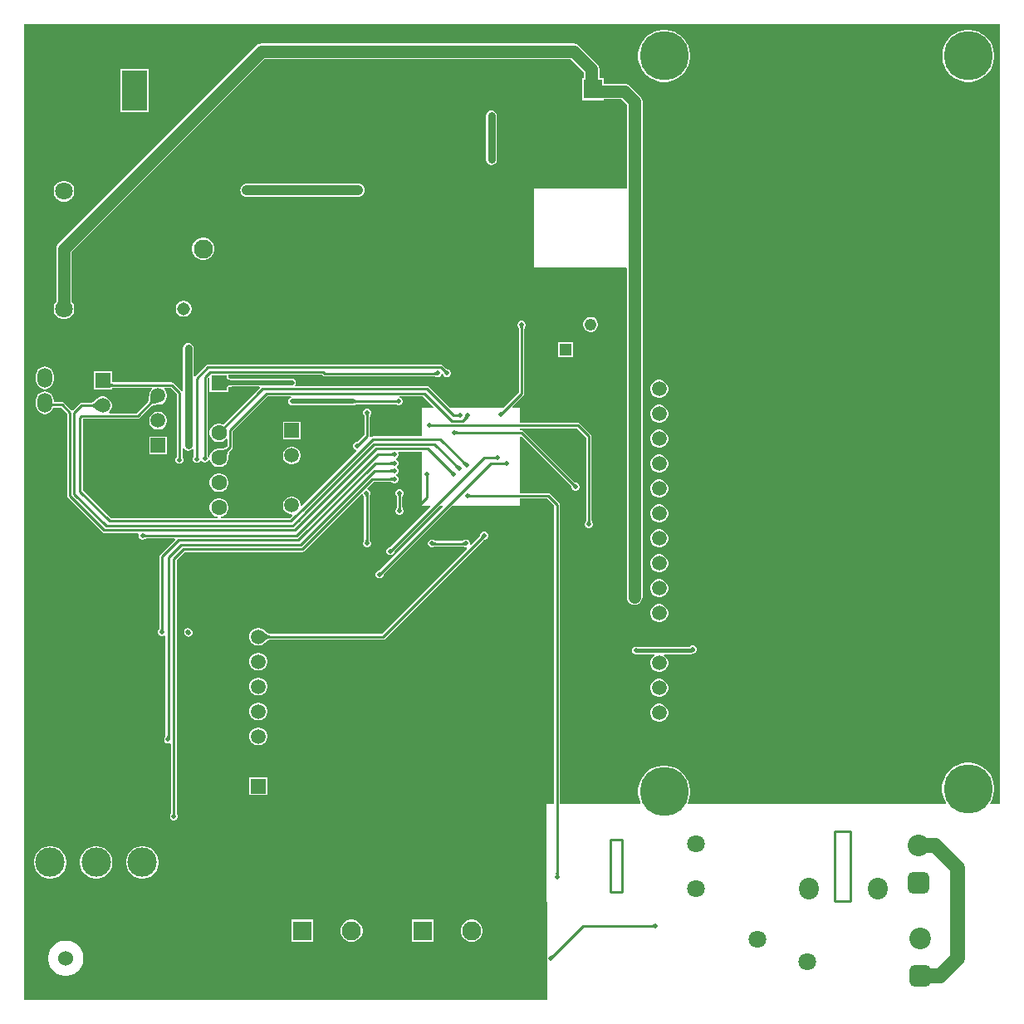
<source format=gbr>
%TF.GenerationSoftware,Altium Limited,Altium Designer,24.9.1 (31)*%
G04 Layer_Physical_Order=2*
G04 Layer_Color=16711680*
%FSLAX45Y45*%
%MOMM*%
%TF.SameCoordinates,7A748296-1A33-4DDC-9E1E-CBF8E45EE968*%
%TF.FilePolarity,Positive*%
%TF.FileFunction,Copper,L2,Bot,Signal*%
%TF.Part,Single*%
G01*
G75*
%TA.AperFunction,Conductor*%
%ADD30C,0.25400*%
%ADD31C,0.76200*%
%ADD32C,1.01600*%
%ADD33C,0.50800*%
%ADD34C,0.38100*%
%ADD38C,1.52400*%
%ADD40C,1.27000*%
%TA.AperFunction,ComponentPad*%
%ADD41C,2.20000*%
G04:AMPARAMS|DCode=42|XSize=2.2mm|YSize=2.2mm|CornerRadius=0.55mm|HoleSize=0mm|Usage=FLASHONLY|Rotation=90.000|XOffset=0mm|YOffset=0mm|HoleType=Round|Shape=RoundedRectangle|*
%AMROUNDEDRECTD42*
21,1,2.20000,1.10000,0,0,90.0*
21,1,1.10000,2.20000,0,0,90.0*
1,1,1.10000,0.55000,0.55000*
1,1,1.10000,0.55000,-0.55000*
1,1,1.10000,-0.55000,-0.55000*
1,1,1.10000,-0.55000,0.55000*
%
%ADD42ROUNDEDRECTD42*%
%ADD43C,1.50000*%
%ADD44R,2.54000X4.06400*%
%ADD45R,4.06400X2.54000*%
%ADD46C,1.30800*%
%ADD47C,1.22200*%
%ADD48C,1.60000*%
%ADD49O,1.50000X2.00000*%
%ADD50C,1.52000*%
%ADD51C,1.95000*%
%ADD52R,1.50800X1.50800*%
%ADD53C,1.50800*%
%ADD54R,1.52000X1.52000*%
%TA.AperFunction,ViaPad*%
%ADD55C,1.52400*%
%TA.AperFunction,ComponentPad*%
%ADD56C,3.00000*%
%ADD57C,1.80000*%
%ADD58R,1.95000X1.95000*%
%ADD59O,2.00000X2.20000*%
%ADD60C,5.00000*%
%ADD61R,1.60000X1.60000*%
%ADD62R,1.22200X1.22200*%
%ADD63R,1.50000X1.50000*%
%TA.AperFunction,ViaPad*%
%ADD64C,0.50800*%
%ADD65C,0.60000*%
%TA.AperFunction,NonConductor*%
%ADD66C,0.25400*%
G36*
X5114595Y6887033D02*
X5113731Y6885763D01*
X5112969Y6884311D01*
X5112309Y6882675D01*
X5111750Y6880857D01*
X5111293Y6878855D01*
X5110937Y6876672D01*
X5110683Y6874305D01*
X5110480Y6869023D01*
X5085080D01*
X5085029Y6871755D01*
X5084623Y6876672D01*
X5084267Y6878855D01*
X5083810Y6880857D01*
X5083251Y6882675D01*
X5082591Y6884311D01*
X5081829Y6885763D01*
X5080965Y6887033D01*
X5080000Y6888121D01*
X5115560D01*
X5114595Y6887033D01*
D02*
G37*
G36*
X4321928Y6446625D02*
X4325697Y6443459D01*
X4327499Y6442185D01*
X4329245Y6441117D01*
X4330936Y6440256D01*
X4332571Y6439601D01*
X4334151Y6439152D01*
X4335676Y6438909D01*
X4337145Y6438873D01*
X4312929Y6412832D01*
X4312794Y6414258D01*
X4312463Y6415745D01*
X4311936Y6417291D01*
X4311213Y6418898D01*
X4310293Y6420565D01*
X4309177Y6422292D01*
X4307865Y6424080D01*
X4304653Y6427836D01*
X4302752Y6429804D01*
X4319960Y6448518D01*
X4321928Y6446625D01*
D02*
G37*
G36*
X4228070Y6393995D02*
X4226956Y6394806D01*
X4225662Y6395531D01*
X4224186Y6396170D01*
X4222529Y6396725D01*
X4220691Y6397194D01*
X4218671Y6397578D01*
X4216470Y6397876D01*
X4211525Y6398217D01*
X4208780Y6398260D01*
X4205820Y6423660D01*
X4208548Y6423717D01*
X4213431Y6424175D01*
X4215587Y6424575D01*
X4217551Y6425089D01*
X4219325Y6425718D01*
X4220908Y6426461D01*
X4222301Y6427319D01*
X4223503Y6428291D01*
X4224514Y6429377D01*
X4228070Y6393995D01*
D02*
G37*
G36*
X2092541Y6365494D02*
X2094074Y6361176D01*
X2096629Y6357366D01*
X2100207Y6354064D01*
X2104806Y6351270D01*
X2110428Y6348984D01*
X2117071Y6347206D01*
X2124737Y6345936D01*
X2133425Y6345174D01*
X2143135Y6344920D01*
Y6294120D01*
X2133425Y6293866D01*
X2124737Y6293104D01*
X2117071Y6291834D01*
X2110428Y6290056D01*
X2104806Y6287770D01*
X2100207Y6284976D01*
X2096629Y6281674D01*
X2094074Y6277864D01*
X2092541Y6273546D01*
X2092030Y6268720D01*
Y6370320D01*
X2092541Y6365494D01*
D02*
G37*
G36*
X903687Y6316907D02*
X904458Y6314748D01*
X905744Y6312843D01*
X907543Y6311192D01*
X909856Y6309795D01*
X912684Y6308652D01*
X916026Y6307763D01*
X919881Y6307128D01*
X924251Y6306747D01*
X929135Y6306620D01*
Y6281220D01*
X924251Y6281093D01*
X919881Y6280712D01*
X916026Y6280077D01*
X912684Y6279188D01*
X909856Y6278045D01*
X907543Y6276648D01*
X905744Y6274997D01*
X904458Y6273092D01*
X903687Y6270933D01*
X903430Y6268520D01*
Y6319320D01*
X903687Y6316907D01*
D02*
G37*
G36*
X3824881Y6108700D02*
X3823793Y6109665D01*
X3822523Y6110529D01*
X3821071Y6111291D01*
X3819435Y6111951D01*
X3817617Y6112510D01*
X3815615Y6112967D01*
X3813432Y6113323D01*
X3811065Y6113577D01*
X3805783Y6113780D01*
Y6139180D01*
X3808515Y6139231D01*
X3813432Y6139637D01*
X3815615Y6139993D01*
X3817617Y6140450D01*
X3819435Y6141009D01*
X3821071Y6141669D01*
X3822523Y6142431D01*
X3823793Y6143295D01*
X3824881Y6144260D01*
Y6108700D01*
D02*
G37*
G36*
X3400188Y6143450D02*
X3402572Y6142554D01*
X3405843Y6141763D01*
X3409999Y6141078D01*
X3420968Y6140024D01*
X3444066Y6139233D01*
X3453537Y6139180D01*
Y6113780D01*
X3444066Y6113727D01*
X3405843Y6111197D01*
X3402572Y6110406D01*
X3400188Y6109510D01*
X3398689Y6108508D01*
Y6144452D01*
X3400188Y6143450D01*
D02*
G37*
G36*
X1391160Y6108904D02*
X1380198Y6108824D01*
X1360548Y6107503D01*
X1351862Y6106262D01*
X1343934Y6104634D01*
X1336764Y6102619D01*
X1330353Y6100218D01*
X1324701Y6097429D01*
X1319807Y6094254D01*
X1315672Y6090691D01*
X1297711Y6108652D01*
X1301274Y6112787D01*
X1304449Y6117681D01*
X1307238Y6123333D01*
X1309639Y6129744D01*
X1311654Y6136914D01*
X1313282Y6144842D01*
X1314523Y6153528D01*
X1315844Y6173178D01*
X1315924Y6184140D01*
X1391160Y6108904D01*
D02*
G37*
G36*
X311058Y6114746D02*
X311696Y6112587D01*
X312887Y6110682D01*
X314629Y6109031D01*
X316923Y6107634D01*
X319770Y6106491D01*
X323169Y6105602D01*
X327119Y6104967D01*
X331622Y6104586D01*
X336676Y6104459D01*
X335719Y6079059D01*
X330467Y6078933D01*
X325748Y6078555D01*
X321561Y6077924D01*
X317908Y6077041D01*
X314788Y6075906D01*
X312201Y6074519D01*
X310147Y6072880D01*
X308626Y6070988D01*
X307638Y6068844D01*
X307183Y6066448D01*
X310972Y6117159D01*
X311058Y6114746D01*
D02*
G37*
G36*
X773765Y6032640D02*
X765957Y6040335D01*
X751129Y6053295D01*
X744109Y6058560D01*
X737352Y6063015D01*
X730858Y6066660D01*
X724626Y6069495D01*
X718658Y6071520D01*
X712952Y6072735D01*
X707509Y6073140D01*
Y6098540D01*
X712952Y6098945D01*
X718658Y6100160D01*
X724626Y6102185D01*
X730858Y6105020D01*
X737352Y6108665D01*
X744109Y6113120D01*
X751129Y6118385D01*
X765957Y6131345D01*
X773765Y6139040D01*
Y6032640D01*
D02*
G37*
G36*
X4919731Y6009210D02*
X4917835Y6007242D01*
X4914646Y6003479D01*
X4913353Y6001683D01*
X4912261Y5999945D01*
X4911370Y5998264D01*
X4910681Y5996640D01*
X4910192Y5995074D01*
X4909905Y5993565D01*
X4909819Y5992114D01*
X4884674Y6017259D01*
X4886125Y6017345D01*
X4887634Y6017632D01*
X4889200Y6018121D01*
X4890824Y6018810D01*
X4892505Y6019701D01*
X4894243Y6020793D01*
X4896039Y6022086D01*
X4897892Y6023580D01*
X4901770Y6027171D01*
X4919731Y6009210D01*
D02*
G37*
G36*
X3539795Y5992953D02*
X3538931Y5991683D01*
X3538169Y5990231D01*
X3537509Y5988595D01*
X3536950Y5986777D01*
X3536493Y5984775D01*
X3536137Y5982592D01*
X3535883Y5980225D01*
X3535680Y5974943D01*
X3510280D01*
X3510229Y5977675D01*
X3509823Y5982592D01*
X3509467Y5984775D01*
X3509010Y5986777D01*
X3508451Y5988595D01*
X3507791Y5990231D01*
X3507029Y5991683D01*
X3506165Y5992953D01*
X3505200Y5994041D01*
X3540760D01*
X3539795Y5992953D01*
D02*
G37*
G36*
X4450060Y5967134D02*
X4448948Y5967929D01*
X4447654Y5968641D01*
X4446179Y5969269D01*
X4444522Y5969813D01*
X4442683Y5970273D01*
X4440663Y5970650D01*
X4436078Y5971152D01*
X4433513Y5971278D01*
X4430767Y5971320D01*
X4427546Y5996720D01*
X4430273Y5996777D01*
X4435153Y5997238D01*
X4437306Y5997642D01*
X4439266Y5998161D01*
X4441036Y5998795D01*
X4442613Y5999544D01*
X4443999Y6000409D01*
X4445194Y6001388D01*
X4446196Y6002484D01*
X4450060Y5967134D01*
D02*
G37*
G36*
X4549200Y5961906D02*
X4548036Y5961584D01*
X4546782Y5961084D01*
X4545436Y5960403D01*
X4544000Y5959543D01*
X4542472Y5958503D01*
X4539143Y5955883D01*
X4537341Y5954303D01*
X4533465Y5950604D01*
X4510913Y5963974D01*
X4512799Y5965947D01*
X4515871Y5969723D01*
X4517059Y5971526D01*
X4518013Y5973271D01*
X4518735Y5974960D01*
X4519223Y5976591D01*
X4519479Y5978166D01*
X4519503Y5979683D01*
X4519293Y5981144D01*
X4549200Y5961906D01*
D02*
G37*
G36*
X1917400Y6370096D02*
Y6220280D01*
X2107879D01*
Y6265964D01*
X2108434Y6266983D01*
X2108739Y6269867D01*
X2108927Y6270394D01*
X2109247Y6270872D01*
X2110182Y6271735D01*
X2112242Y6272986D01*
X2115687Y6274387D01*
X2120559Y6275691D01*
X2126809Y6276727D01*
X2134363Y6277389D01*
X2143566Y6277630D01*
X2144585Y6278084D01*
X2424956D01*
X2430217Y6265384D01*
X2056819Y5891986D01*
X2049401Y5896269D01*
X2025178Y5902759D01*
X2000101D01*
X1975878Y5896269D01*
X1954161Y5883730D01*
X1936429Y5865998D01*
X1923890Y5844281D01*
X1917400Y5820058D01*
Y5794981D01*
X1923890Y5770758D01*
X1936429Y5749041D01*
X1954161Y5731309D01*
X1975878Y5718770D01*
X2000101Y5712280D01*
X2025178D01*
X2049401Y5718770D01*
X2071118Y5731309D01*
X2084472Y5744663D01*
X2097172Y5739402D01*
Y5673135D01*
X2087061Y5663024D01*
X2085674Y5662570D01*
X2082173Y5659569D01*
X2078845Y5657450D01*
X2074602Y5655435D01*
X2069383Y5653607D01*
X2063179Y5652044D01*
X2056006Y5650810D01*
X2048079Y5649969D01*
X2028685Y5649466D01*
X2017740Y5649878D01*
X2014723Y5648759D01*
X2000101D01*
X1975878Y5642269D01*
X1954161Y5629730D01*
X1936429Y5611998D01*
X1923890Y5590281D01*
X1917400Y5566058D01*
Y5559747D01*
X1904700Y5557221D01*
X1901353Y5565301D01*
X1895387Y5571266D01*
Y6364677D01*
X1905666Y6374956D01*
X1917400Y6370096D01*
D02*
G37*
G36*
X4179747Y5899455D02*
X4181017Y5898591D01*
X4182469Y5897829D01*
X4184105Y5897169D01*
X4185923Y5896610D01*
X4187925Y5896153D01*
X4190108Y5895797D01*
X4192475Y5895543D01*
X4197757Y5895340D01*
Y5869940D01*
X4195025Y5869889D01*
X4190108Y5869483D01*
X4187925Y5869127D01*
X4185923Y5868670D01*
X4184105Y5868111D01*
X4182469Y5867451D01*
X4181017Y5866689D01*
X4179747Y5865825D01*
X4178659Y5864860D01*
Y5900420D01*
X4179747Y5899455D01*
D02*
G37*
G36*
X4426967Y5824955D02*
X4428237Y5824091D01*
X4429689Y5823329D01*
X4431325Y5822669D01*
X4433143Y5822110D01*
X4435145Y5821653D01*
X4437328Y5821297D01*
X4439695Y5821043D01*
X4444977Y5820840D01*
Y5795440D01*
X4442245Y5795389D01*
X4437328Y5794983D01*
X4435145Y5794627D01*
X4433143Y5794170D01*
X4431325Y5793611D01*
X4429689Y5792951D01*
X4428237Y5792189D01*
X4426967Y5791325D01*
X4425879Y5790360D01*
Y5825920D01*
X4426967Y5824955D01*
D02*
G37*
G36*
X1581873Y6203580D02*
Y5571504D01*
X1581176Y5569991D01*
X1580995Y5565273D01*
X1580850Y5563917D01*
X1580650Y5562690D01*
X1580444Y5561788D01*
X1580278Y5561249D01*
X1580243Y5561210D01*
X1580180Y5561028D01*
X1579904Y5560622D01*
X1579855Y5560382D01*
X1579800Y5560278D01*
X1579775Y5559998D01*
X1579702Y5559646D01*
X1579326Y5558560D01*
X1575907Y5555141D01*
X1569720Y5540204D01*
Y5524036D01*
X1575907Y5509099D01*
X1587339Y5497667D01*
X1602276Y5491480D01*
X1618444D01*
X1633381Y5497667D01*
X1644813Y5509099D01*
X1651000Y5524036D01*
Y5540204D01*
X1644813Y5555141D01*
X1641394Y5558560D01*
X1641018Y5559646D01*
X1640945Y5559997D01*
X1640920Y5560278D01*
X1640865Y5560382D01*
X1640816Y5560622D01*
X1640540Y5561028D01*
X1640477Y5561210D01*
X1640442Y5561249D01*
X1640276Y5561789D01*
X1640070Y5562690D01*
X1639903Y5563718D01*
X1639594Y5567456D01*
X1639553Y5569664D01*
X1638847Y5571281D01*
Y5648445D01*
X1651547Y5652297D01*
X1660804Y5638444D01*
X1678448Y5626655D01*
X1699260Y5622515D01*
X1720072Y5626655D01*
X1737716Y5638444D01*
X1741893Y5644695D01*
X1754593Y5640842D01*
Y5568726D01*
X1748627Y5562761D01*
X1742440Y5547824D01*
Y5531656D01*
X1748627Y5516719D01*
X1760059Y5505287D01*
X1774996Y5499100D01*
X1791164D01*
X1806101Y5505287D01*
X1817533Y5516719D01*
X1818643Y5519398D01*
X1832389D01*
X1832447Y5519259D01*
X1843879Y5507827D01*
X1858816Y5501640D01*
X1874984D01*
X1889921Y5507827D01*
X1901353Y5519259D01*
X1906647Y5532041D01*
X1914789Y5533297D01*
X1919619Y5532697D01*
X1923890Y5516758D01*
X1936429Y5495041D01*
X1954161Y5477309D01*
X1975878Y5464770D01*
X2000101Y5458280D01*
X2025178D01*
X2049401Y5464770D01*
X2071118Y5477309D01*
X2088851Y5495041D01*
X2101389Y5516758D01*
X2107879Y5540981D01*
Y5547310D01*
X2109062Y5549797D01*
X2109651Y5561312D01*
X2111761Y5581647D01*
X2113194Y5590027D01*
X2114907Y5597564D01*
X2116834Y5604072D01*
X2118917Y5609514D01*
X2121077Y5613882D01*
X2123211Y5617192D01*
X2126058Y5620513D01*
X2126511Y5621899D01*
X2145803Y5641192D01*
X2151979Y5650434D01*
X2154147Y5661335D01*
X2154147Y5661337D01*
Y5824800D01*
X2508620Y6179273D01*
X2746495D01*
X2747816Y6167120D01*
X2744046Y6165558D01*
X2740043Y6164762D01*
X2736650Y6162495D01*
X2732879Y6160933D01*
X2729993Y6158047D01*
X2726600Y6155780D01*
X2724333Y6152387D01*
X2721447Y6149501D01*
X2719885Y6145730D01*
X2717618Y6142337D01*
X2716822Y6138334D01*
X2715260Y6134564D01*
Y6130483D01*
X2714464Y6126480D01*
X2715260Y6122477D01*
Y6118396D01*
X2716822Y6114626D01*
X2717618Y6110623D01*
X2719885Y6107230D01*
X2721447Y6103459D01*
X2724333Y6100573D01*
X2726600Y6097180D01*
X2729993Y6094913D01*
X2732879Y6092027D01*
X2736650Y6090465D01*
X2740043Y6088198D01*
X2744046Y6087402D01*
X2747816Y6085840D01*
X2751897D01*
X2755900Y6085044D01*
X3380740D01*
X3384743Y6085840D01*
X3388824D01*
X3392594Y6087402D01*
X3396597Y6088198D01*
X3399990Y6090465D01*
X3403761Y6092027D01*
X3405809Y6094075D01*
X3405991Y6094069D01*
X3407430Y6094610D01*
X3408344Y6094831D01*
X3444657Y6097234D01*
X3453629Y6097284D01*
X3455312Y6097993D01*
X3803636D01*
X3805149Y6097296D01*
X3809867Y6097115D01*
X3811223Y6096970D01*
X3812450Y6096770D01*
X3813352Y6096564D01*
X3813891Y6096398D01*
X3813930Y6096363D01*
X3814112Y6096300D01*
X3814518Y6096024D01*
X3814758Y6095975D01*
X3814862Y6095920D01*
X3815142Y6095895D01*
X3815494Y6095822D01*
X3816580Y6095446D01*
X3819999Y6092027D01*
X3834936Y6085840D01*
X3851104D01*
X3866041Y6092027D01*
X3877473Y6103459D01*
X3883660Y6118396D01*
Y6134564D01*
X3877473Y6149501D01*
X3866041Y6160933D01*
X3851104Y6167120D01*
X3852425Y6179273D01*
X4090504D01*
X4197603Y6072173D01*
X4192743Y6060440D01*
X4084320D01*
Y5771427D01*
X3580244D01*
X3580242Y5771428D01*
X3569341Y5769259D01*
X3562707Y5764827D01*
X3554653Y5768604D01*
X3551205Y5772099D01*
X3551467Y5773420D01*
Y5972796D01*
X3552164Y5974309D01*
X3552345Y5979027D01*
X3552490Y5980383D01*
X3552690Y5981610D01*
X3552896Y5982512D01*
X3553062Y5983051D01*
X3553097Y5983090D01*
X3553160Y5983272D01*
X3553436Y5983678D01*
X3553485Y5983918D01*
X3553540Y5984022D01*
X3553565Y5984302D01*
X3553638Y5984654D01*
X3554014Y5985740D01*
X3557433Y5989159D01*
X3563620Y6004096D01*
Y6020264D01*
X3557433Y6035201D01*
X3546001Y6046633D01*
X3531064Y6052820D01*
X3514896D01*
X3499959Y6046633D01*
X3488527Y6035201D01*
X3482340Y6020264D01*
Y6004096D01*
X3488527Y5989159D01*
X3491946Y5985740D01*
X3492322Y5984654D01*
X3492395Y5984303D01*
X3492420Y5984022D01*
X3492475Y5983918D01*
X3492524Y5983678D01*
X3492800Y5983272D01*
X3492863Y5983090D01*
X3492898Y5983051D01*
X3493064Y5982511D01*
X3493270Y5981610D01*
X3493437Y5980582D01*
X3493746Y5976844D01*
X3493787Y5974636D01*
X3494493Y5973019D01*
Y5785220D01*
X3429085Y5719813D01*
X3427523Y5719235D01*
X3424060Y5716028D01*
X3422995Y5715170D01*
X3421986Y5714444D01*
X3421206Y5713954D01*
X3420705Y5713688D01*
X3420654Y5713685D01*
X3420481Y5713601D01*
X3420000Y5713510D01*
X3419795Y5713375D01*
X3419680Y5713339D01*
X3419459Y5713155D01*
X3419167Y5712963D01*
X3418131Y5712460D01*
X3413296D01*
X3398359Y5706273D01*
X3386927Y5694841D01*
X3380740Y5679904D01*
Y5663736D01*
X3386927Y5648799D01*
X3398359Y5637367D01*
X3411131Y5632077D01*
X3416462Y5619447D01*
X2856300Y5059285D01*
X2843600Y5064546D01*
Y5079180D01*
X2837450Y5102131D01*
X2825570Y5122709D01*
X2808769Y5139510D01*
X2788191Y5151390D01*
X2765240Y5157540D01*
X2741480D01*
X2718529Y5151390D01*
X2697951Y5139510D01*
X2681150Y5122709D01*
X2669270Y5102131D01*
X2663120Y5079180D01*
Y5055420D01*
X2669270Y5032469D01*
X2681150Y5011891D01*
X2697951Y4995090D01*
X2718529Y4983210D01*
X2741480Y4977060D01*
X2754732D01*
X2759993Y4964360D01*
X2733940Y4938307D01*
X2029566D01*
X2027894Y4951007D01*
X2049401Y4956770D01*
X2071118Y4969309D01*
X2088851Y4987041D01*
X2101389Y5008758D01*
X2107879Y5032981D01*
Y5058058D01*
X2101389Y5082281D01*
X2088851Y5103998D01*
X2071118Y5121730D01*
X2049401Y5134269D01*
X2025178Y5140759D01*
X2000101D01*
X1975878Y5134269D01*
X1954161Y5121730D01*
X1936429Y5103998D01*
X1923890Y5082281D01*
X1917400Y5058058D01*
Y5032981D01*
X1923890Y5008758D01*
X1936429Y4987041D01*
X1954161Y4969309D01*
X1975878Y4956770D01*
X1997385Y4951007D01*
X1995713Y4938307D01*
X905880D01*
X622847Y5221340D01*
Y5948333D01*
X1183839D01*
X1183840Y5948332D01*
X1194742Y5950501D01*
X1203984Y5956676D01*
X1325040Y6077733D01*
X1326439Y6078194D01*
X1329725Y6081025D01*
X1332868Y6083065D01*
X1336913Y6085060D01*
X1341899Y6086928D01*
X1347827Y6088594D01*
X1354693Y6090003D01*
X1362268Y6091085D01*
X1380814Y6092332D01*
X1391280Y6092408D01*
X1394241Y6093660D01*
X1403932D01*
X1427137Y6099878D01*
X1447943Y6111890D01*
X1464930Y6128877D01*
X1476942Y6149683D01*
X1483160Y6172888D01*
Y6196912D01*
X1476942Y6220117D01*
X1464930Y6240923D01*
X1453120Y6252733D01*
X1458381Y6265433D01*
X1520020D01*
X1581873Y6203580D01*
D02*
G37*
G36*
X3456691Y5689170D02*
X3454795Y5687202D01*
X3451606Y5683439D01*
X3450313Y5681643D01*
X3449221Y5679905D01*
X3448330Y5678224D01*
X3447641Y5676600D01*
X3447152Y5675034D01*
X3446865Y5673525D01*
X3446779Y5672074D01*
X3421634Y5697219D01*
X3423085Y5697305D01*
X3424594Y5697592D01*
X3426160Y5698081D01*
X3427784Y5698770D01*
X3429465Y5699661D01*
X3431203Y5700753D01*
X3432999Y5702046D01*
X3434852Y5703540D01*
X3438730Y5707131D01*
X3456691Y5689170D01*
D02*
G37*
G36*
X2113533Y5631248D02*
X2109955Y5627074D01*
X2106706Y5622035D01*
X2103788Y5616133D01*
X2101198Y5609367D01*
X2098939Y5601738D01*
X2097010Y5593246D01*
X2095409Y5583889D01*
X2093199Y5562586D01*
X2092588Y5550639D01*
X2017119Y5633394D01*
X2028588Y5632962D01*
X2049166Y5633496D01*
X2058276Y5634462D01*
X2066598Y5635894D01*
X2074134Y5637792D01*
X2080883Y5640157D01*
X2086845Y5642987D01*
X2092021Y5646284D01*
X2096410Y5650047D01*
X2113533Y5631248D01*
D02*
G37*
G36*
X3781861Y5568431D02*
X3780773Y5569396D01*
X3779503Y5570260D01*
X3778051Y5571022D01*
X3776415Y5571682D01*
X3774597Y5572241D01*
X3772595Y5572698D01*
X3770412Y5573054D01*
X3768045Y5573308D01*
X3762763Y5573511D01*
Y5598911D01*
X3765495Y5598962D01*
X3770412Y5599368D01*
X3772595Y5599724D01*
X3774597Y5600181D01*
X3776415Y5600740D01*
X3778051Y5601400D01*
X3779503Y5602162D01*
X3780773Y5603026D01*
X3781861Y5603991D01*
Y5568431D01*
D02*
G37*
G36*
X1623111Y5566625D02*
X1623517Y5561708D01*
X1623873Y5559525D01*
X1624330Y5557523D01*
X1624889Y5555705D01*
X1625549Y5554069D01*
X1626311Y5552617D01*
X1627175Y5551347D01*
X1628140Y5550259D01*
X1592580D01*
X1593545Y5551347D01*
X1594409Y5552617D01*
X1595171Y5554069D01*
X1595831Y5555705D01*
X1596390Y5557523D01*
X1596847Y5559525D01*
X1597203Y5561708D01*
X1597457Y5564075D01*
X1597660Y5569357D01*
X1623060D01*
X1623111Y5566625D01*
D02*
G37*
G36*
X3781861Y5479220D02*
X3780773Y5480185D01*
X3779503Y5481049D01*
X3778051Y5481811D01*
X3776415Y5482471D01*
X3774597Y5483030D01*
X3772595Y5483487D01*
X3770412Y5483843D01*
X3768045Y5484097D01*
X3762763Y5484300D01*
Y5509700D01*
X3765495Y5509751D01*
X3770412Y5510157D01*
X3772595Y5510513D01*
X3774597Y5510970D01*
X3776415Y5511529D01*
X3778051Y5512189D01*
X3779503Y5512951D01*
X3780773Y5513815D01*
X3781861Y5514780D01*
Y5479220D01*
D02*
G37*
G36*
X4518518Y5507115D02*
X4522281Y5503926D01*
X4524077Y5502633D01*
X4525815Y5501541D01*
X4527496Y5500650D01*
X4529120Y5499961D01*
X4530686Y5499472D01*
X4532195Y5499185D01*
X4533646Y5499099D01*
X4508501Y5473954D01*
X4508415Y5475405D01*
X4508128Y5476914D01*
X4507639Y5478480D01*
X4506950Y5480104D01*
X4506059Y5481785D01*
X4504967Y5483523D01*
X4503674Y5485319D01*
X4502180Y5487172D01*
X4498589Y5491050D01*
X4516550Y5509011D01*
X4518518Y5507115D01*
D02*
G37*
G36*
X4442377Y5476575D02*
X4446141Y5473386D01*
X4447937Y5472093D01*
X4449675Y5471001D01*
X4451356Y5470111D01*
X4452980Y5469421D01*
X4454546Y5468932D01*
X4456055Y5468645D01*
X4457506Y5468559D01*
X4432361Y5443414D01*
X4432275Y5444866D01*
X4431987Y5446374D01*
X4431499Y5447940D01*
X4430809Y5449564D01*
X4429918Y5451245D01*
X4428827Y5452983D01*
X4427534Y5454779D01*
X4426040Y5456632D01*
X4422449Y5460511D01*
X4440409Y5478471D01*
X4442377Y5476575D01*
D02*
G37*
G36*
X3781861Y5402580D02*
X3780773Y5403545D01*
X3779503Y5404409D01*
X3778051Y5405171D01*
X3776415Y5405831D01*
X3774597Y5406390D01*
X3772595Y5406847D01*
X3770412Y5407203D01*
X3768045Y5407457D01*
X3762763Y5407660D01*
Y5433060D01*
X3765495Y5433111D01*
X3770412Y5433517D01*
X3772595Y5433873D01*
X3774597Y5434330D01*
X3776415Y5434889D01*
X3778051Y5435549D01*
X3779503Y5436311D01*
X3780773Y5437175D01*
X3781861Y5438140D01*
Y5402580D01*
D02*
G37*
G36*
X4386438Y5415675D02*
X4390201Y5412486D01*
X4391997Y5411193D01*
X4393735Y5410101D01*
X4395416Y5409210D01*
X4397040Y5408521D01*
X4398606Y5408032D01*
X4400115Y5407745D01*
X4401566Y5407659D01*
X4376421Y5382514D01*
X4376335Y5383965D01*
X4376048Y5385474D01*
X4375559Y5387040D01*
X4374870Y5388664D01*
X4373979Y5390345D01*
X4372887Y5392083D01*
X4371594Y5393879D01*
X4370100Y5395732D01*
X4366509Y5399610D01*
X4384470Y5417571D01*
X4386438Y5415675D01*
D02*
G37*
G36*
X4151935Y5365573D02*
X4151071Y5364303D01*
X4150309Y5362851D01*
X4149649Y5361215D01*
X4149090Y5359397D01*
X4148633Y5357395D01*
X4148277Y5355212D01*
X4148023Y5352845D01*
X4147820Y5347563D01*
X4122420D01*
X4122369Y5350295D01*
X4121963Y5355212D01*
X4121607Y5357395D01*
X4121150Y5359397D01*
X4120591Y5361215D01*
X4119931Y5362851D01*
X4119169Y5364303D01*
X4118305Y5365573D01*
X4117340Y5366661D01*
X4152900D01*
X4151935Y5365573D01*
D02*
G37*
G36*
X3781861Y5316220D02*
X3780773Y5317185D01*
X3779503Y5318049D01*
X3778051Y5318811D01*
X3776415Y5319471D01*
X3774597Y5320030D01*
X3772595Y5320487D01*
X3770412Y5320843D01*
X3768045Y5321097D01*
X3762763Y5321300D01*
Y5346700D01*
X3765495Y5346751D01*
X3770412Y5347157D01*
X3772595Y5347513D01*
X3774597Y5347970D01*
X3776415Y5348529D01*
X3778051Y5349189D01*
X3779503Y5349951D01*
X3780773Y5350815D01*
X3781861Y5351780D01*
Y5316220D01*
D02*
G37*
G36*
X5633578Y5288675D02*
X5637341Y5285486D01*
X5639137Y5284193D01*
X5640875Y5283101D01*
X5642556Y5282210D01*
X5644180Y5281521D01*
X5645746Y5281032D01*
X5647255Y5280745D01*
X5648706Y5280659D01*
X5623561Y5255514D01*
X5623475Y5256965D01*
X5623188Y5258474D01*
X5622699Y5260040D01*
X5622010Y5261664D01*
X5621119Y5263345D01*
X5620027Y5265083D01*
X5618734Y5266879D01*
X5617240Y5268732D01*
X5613649Y5272610D01*
X5631610Y5290571D01*
X5633578Y5288675D01*
D02*
G37*
G36*
X3534054Y5174376D02*
X3533329Y5173082D01*
X3532690Y5171606D01*
X3532135Y5169949D01*
X3531666Y5168111D01*
X3531282Y5166091D01*
X3530984Y5163890D01*
X3530643Y5158945D01*
X3530600Y5156200D01*
X3505200Y5153240D01*
X3505143Y5155968D01*
X3504685Y5160851D01*
X3504285Y5163007D01*
X3503771Y5164971D01*
X3503142Y5166745D01*
X3502399Y5168328D01*
X3501541Y5169721D01*
X3500569Y5170923D01*
X3499483Y5171934D01*
X3534865Y5175490D01*
X3534054Y5174376D01*
D02*
G37*
G36*
X4563287Y5180635D02*
X4564557Y5179771D01*
X4566009Y5179009D01*
X4567645Y5178349D01*
X4569463Y5177790D01*
X4571465Y5177333D01*
X4573648Y5176977D01*
X4576015Y5176723D01*
X4581297Y5176520D01*
Y5151120D01*
X4578565Y5151069D01*
X4573648Y5150663D01*
X4571465Y5150307D01*
X4569463Y5149850D01*
X4567645Y5149291D01*
X4566009Y5148631D01*
X4564557Y5147869D01*
X4563287Y5147005D01*
X4562199Y5146040D01*
Y5181600D01*
X4563287Y5180635D01*
D02*
G37*
G36*
X5796000Y4909381D02*
X5796406Y4904465D01*
X5796762Y4902281D01*
X5797219Y4900280D01*
X5797778Y4898461D01*
X5798438Y4896826D01*
X5799200Y4895373D01*
X5800064Y4894103D01*
X5801029Y4893015D01*
X5765469D01*
X5766434Y4894103D01*
X5767298Y4895373D01*
X5768060Y4896826D01*
X5768720Y4898461D01*
X5769279Y4900280D01*
X5769736Y4902281D01*
X5770092Y4904465D01*
X5770346Y4906831D01*
X5770549Y4912113D01*
X5795949D01*
X5796000Y4909381D01*
D02*
G37*
G36*
X9971513Y2024400D02*
X9880043D01*
X9874278Y2035716D01*
X9876913Y2039344D01*
X9895867Y2076543D01*
X9908769Y2116249D01*
X9915300Y2157485D01*
Y2199235D01*
X9908769Y2240470D01*
X9895867Y2280177D01*
X9876913Y2317376D01*
X9852374Y2351152D01*
X9822852Y2380674D01*
X9789076Y2405213D01*
X9751877Y2424167D01*
X9712171Y2437069D01*
X9670935Y2443600D01*
X9629185D01*
X9587949Y2437069D01*
X9548243Y2424167D01*
X9511044Y2405213D01*
X9477268Y2380674D01*
X9447746Y2351152D01*
X9423206Y2317376D01*
X9404252Y2280177D01*
X9391351Y2240470D01*
X9384820Y2199235D01*
Y2157485D01*
X9391351Y2116249D01*
X9404252Y2076543D01*
X9423206Y2039344D01*
X9425842Y2035716D01*
X9420077Y2024400D01*
X6796778D01*
X6790142Y2035229D01*
X6796467Y2047643D01*
X6809369Y2087349D01*
X6815900Y2128585D01*
Y2170334D01*
X6809369Y2211570D01*
X6796467Y2251277D01*
X6777513Y2288476D01*
X6752974Y2322252D01*
X6723452Y2351774D01*
X6689676Y2376313D01*
X6652477Y2395267D01*
X6612771Y2408169D01*
X6571535Y2414700D01*
X6529785D01*
X6488549Y2408169D01*
X6448843Y2395267D01*
X6411644Y2376313D01*
X6377868Y2351774D01*
X6348346Y2322252D01*
X6323807Y2288476D01*
X6304853Y2251277D01*
X6291951Y2211570D01*
X6285420Y2170334D01*
Y2128585D01*
X6291951Y2087349D01*
X6304853Y2047643D01*
X6311178Y2035229D01*
X6304542Y2024400D01*
X5487889D01*
Y5073979D01*
X5485720Y5084881D01*
X5479545Y5094123D01*
X5479544Y5094123D01*
X5389704Y5183964D01*
X5380462Y5190139D01*
X5369560Y5192308D01*
X5369559Y5192307D01*
X5082540D01*
Y5763432D01*
X5095240Y5768693D01*
X5600967Y5262965D01*
X5601545Y5261403D01*
X5604752Y5257940D01*
X5605610Y5256875D01*
X5606336Y5255866D01*
X5606826Y5255086D01*
X5607092Y5254585D01*
X5607095Y5254534D01*
X5607179Y5254361D01*
X5607270Y5253880D01*
X5607405Y5253675D01*
X5607441Y5253560D01*
X5607625Y5253339D01*
X5607817Y5253047D01*
X5608320Y5252011D01*
Y5247176D01*
X5614507Y5232239D01*
X5625939Y5220807D01*
X5640876Y5214620D01*
X5657044D01*
X5671981Y5220807D01*
X5683413Y5232239D01*
X5689600Y5247176D01*
Y5263344D01*
X5683413Y5278281D01*
X5671981Y5289713D01*
X5657044Y5295900D01*
X5652208D01*
X5651174Y5296402D01*
X5650880Y5296595D01*
X5650660Y5296779D01*
X5650546Y5296815D01*
X5650340Y5296950D01*
X5649858Y5297041D01*
X5649686Y5297125D01*
X5649635Y5297128D01*
X5649134Y5297394D01*
X5648352Y5297885D01*
X5647506Y5298494D01*
X5644646Y5300918D01*
X5643055Y5302450D01*
X5641412Y5303095D01*
X5116224Y5828284D01*
X5106982Y5834459D01*
X5096080Y5836628D01*
X5096079Y5836627D01*
X5082540D01*
Y5854153D01*
X5660020D01*
X5754762Y5759411D01*
Y4914261D01*
X5754066Y4912747D01*
X5753884Y4908029D01*
X5753739Y4906673D01*
X5753539Y4905446D01*
X5753333Y4904545D01*
X5753167Y4904005D01*
X5753133Y4903966D01*
X5753070Y4903784D01*
X5752794Y4903379D01*
X5752744Y4903138D01*
X5752690Y4903035D01*
X5752664Y4902754D01*
X5752591Y4902402D01*
X5752215Y4901316D01*
X5748796Y4897897D01*
X5742609Y4882960D01*
Y4866792D01*
X5748796Y4851855D01*
X5760229Y4840423D01*
X5775165Y4834236D01*
X5791333D01*
X5806270Y4840423D01*
X5817702Y4851855D01*
X5823889Y4866792D01*
Y4882960D01*
X5817702Y4897897D01*
X5814283Y4901316D01*
X5813907Y4902402D01*
X5813834Y4902753D01*
X5813809Y4903035D01*
X5813755Y4903138D01*
X5813705Y4903379D01*
X5813429Y4903784D01*
X5813366Y4903966D01*
X5813332Y4904005D01*
X5813166Y4904545D01*
X5812960Y4905446D01*
X5812792Y4906474D01*
X5812483Y4910213D01*
X5812442Y4912420D01*
X5811737Y4914038D01*
Y5771209D01*
X5811737Y5771211D01*
X5809568Y5782112D01*
X5803393Y5791354D01*
X5803392Y5791355D01*
X5691964Y5902784D01*
X5682722Y5908959D01*
X5671820Y5911128D01*
X5671819Y5911127D01*
X5082540D01*
Y6060440D01*
X5009881D01*
X5005021Y6072173D01*
X5117923Y6185076D01*
X5117924Y6185076D01*
X5124099Y6194318D01*
X5126267Y6205220D01*
Y6866876D01*
X5126964Y6868389D01*
X5127145Y6873107D01*
X5127290Y6874463D01*
X5127490Y6875690D01*
X5127696Y6876592D01*
X5127862Y6877131D01*
X5127897Y6877170D01*
X5127960Y6877352D01*
X5128236Y6877758D01*
X5128285Y6877998D01*
X5128340Y6878102D01*
X5128365Y6878382D01*
X5128438Y6878734D01*
X5128814Y6879820D01*
X5132233Y6883239D01*
X5138420Y6898176D01*
Y6914344D01*
X5132233Y6929281D01*
X5120801Y6940713D01*
X5105864Y6946900D01*
X5089696D01*
X5074759Y6940713D01*
X5063327Y6929281D01*
X5057140Y6914344D01*
Y6898176D01*
X5063327Y6883239D01*
X5066746Y6879820D01*
X5067122Y6878734D01*
X5067195Y6878383D01*
X5067220Y6878102D01*
X5067275Y6877998D01*
X5067324Y6877758D01*
X5067600Y6877352D01*
X5067663Y6877170D01*
X5067698Y6877131D01*
X5067864Y6876591D01*
X5068070Y6875690D01*
X5068237Y6874662D01*
X5068546Y6870924D01*
X5068587Y6868716D01*
X5069293Y6867099D01*
Y6217020D01*
X4912713Y6060440D01*
X4368447D01*
X4155264Y6273624D01*
X4146022Y6279799D01*
X4135120Y6281968D01*
X4135119Y6281967D01*
X2793968D01*
X2788959Y6290942D01*
X2788521Y6294667D01*
X2790353Y6296499D01*
X2791915Y6300270D01*
X2794182Y6303663D01*
X2794978Y6307666D01*
X2796540Y6311436D01*
Y6315517D01*
X2797336Y6319520D01*
X2796540Y6323523D01*
Y6327604D01*
X2794978Y6331374D01*
X2794182Y6335377D01*
X2791915Y6338770D01*
X2790353Y6342541D01*
X2787467Y6345427D01*
X2785200Y6348820D01*
X2781807Y6351087D01*
X2778921Y6353973D01*
X2775150Y6355535D01*
X2771757Y6357802D01*
X2767754Y6358598D01*
X2763984Y6360160D01*
X2759903D01*
X2755900Y6360956D01*
X2144585D01*
X2143566Y6361410D01*
X2134363Y6361651D01*
X2126808Y6362313D01*
X2120558Y6363349D01*
X2115687Y6364652D01*
X2112242Y6366054D01*
X2110182Y6367305D01*
X2109247Y6368168D01*
X2108927Y6368646D01*
X2108739Y6369173D01*
X2108434Y6372057D01*
X2107879Y6373076D01*
Y6400052D01*
X3060165D01*
X3069400Y6390817D01*
X3069401Y6390816D01*
X3078643Y6384641D01*
X3089544Y6382472D01*
X3089546Y6382473D01*
X4206891D01*
X4208524Y6381766D01*
X4210828Y6381730D01*
X4214793Y6381457D01*
X4216020Y6381291D01*
X4217107Y6381084D01*
X4217867Y6380890D01*
X4218194Y6380781D01*
X4218361Y6380659D01*
X4218529Y6380619D01*
X4218896Y6380413D01*
X4219849Y6380300D01*
X4220135Y6380232D01*
X4221319Y6379047D01*
X4236256Y6372860D01*
X4252424D01*
X4267361Y6379047D01*
X4278793Y6390479D01*
X4284980Y6405416D01*
X4286455Y6406015D01*
X4289649Y6405845D01*
X4298101Y6404400D01*
X4303867Y6390479D01*
X4315299Y6379047D01*
X4330236Y6372860D01*
X4346404D01*
X4361341Y6379047D01*
X4372773Y6390479D01*
X4378960Y6405416D01*
Y6421584D01*
X4372773Y6436521D01*
X4361341Y6447953D01*
X4346404Y6454140D01*
X4340311D01*
X4339171Y6454646D01*
X4338995Y6454754D01*
X4338659Y6455020D01*
X4338478Y6455071D01*
X4338268Y6455200D01*
X4337807Y6455273D01*
X4337764Y6455291D01*
X4337303Y6455525D01*
X4336571Y6455973D01*
X4335783Y6456530D01*
X4332961Y6458900D01*
X4331394Y6460408D01*
X4331209Y6460480D01*
X4331125Y6460660D01*
X4329578Y6461227D01*
X4296401Y6494403D01*
X4287159Y6500579D01*
X4276257Y6502747D01*
X4276256Y6502747D01*
X1900026D01*
X1900025Y6502747D01*
X1889123Y6500579D01*
X1879881Y6494403D01*
X1879880Y6494403D01*
X1766345Y6380867D01*
X1753645Y6385688D01*
Y6670040D01*
X1749505Y6690852D01*
X1737716Y6708496D01*
X1720072Y6720285D01*
X1699260Y6724425D01*
X1678448Y6720285D01*
X1660804Y6708496D01*
X1649015Y6690852D01*
X1644875Y6670040D01*
Y6236875D01*
X1632175Y6233023D01*
X1630504Y6235524D01*
X1630503Y6235524D01*
X1551964Y6314064D01*
X1542722Y6320239D01*
X1531820Y6322408D01*
X1531819Y6322407D01*
X931143D01*
X929564Y6323110D01*
X925185Y6323224D01*
X921940Y6323507D01*
X919494Y6323910D01*
X919280Y6323967D01*
Y6431080D01*
X736800D01*
Y6248600D01*
X919280D01*
Y6263873D01*
X919494Y6263930D01*
X921940Y6264333D01*
X925185Y6264616D01*
X929564Y6264730D01*
X931143Y6265433D01*
X1325459D01*
X1330720Y6252733D01*
X1318910Y6240923D01*
X1306898Y6220117D01*
X1300680Y6196912D01*
Y6187221D01*
X1299428Y6184260D01*
X1299352Y6173794D01*
X1298105Y6155248D01*
X1297023Y6147672D01*
X1295614Y6140807D01*
X1293948Y6134879D01*
X1292080Y6129893D01*
X1290084Y6125847D01*
X1288045Y6122705D01*
X1285214Y6119419D01*
X1284753Y6118020D01*
X1172040Y6005307D01*
X894501D01*
X889240Y6018007D01*
X901050Y6029817D01*
X913062Y6050623D01*
X919280Y6073828D01*
Y6097852D01*
X913062Y6121057D01*
X901050Y6141863D01*
X884063Y6158850D01*
X863257Y6170862D01*
X840052Y6177080D01*
X816028D01*
X792823Y6170862D01*
X772017Y6158850D01*
X765164Y6151997D01*
X762186Y6150789D01*
X754729Y6143439D01*
X740739Y6131212D01*
X734609Y6126615D01*
X728764Y6122761D01*
X723391Y6119745D01*
X718546Y6117541D01*
X714276Y6116093D01*
X710610Y6115312D01*
X706285Y6114990D01*
X704970Y6114327D01*
X612141D01*
X612140Y6114328D01*
X601238Y6112159D01*
X591996Y6105984D01*
X522713Y6036701D01*
X520094Y6035773D01*
X506129Y6036708D01*
X505603Y6037084D01*
X430785Y6111903D01*
X421543Y6118078D01*
X410641Y6120247D01*
X410640Y6120247D01*
X338815D01*
X337298Y6120943D01*
X327239Y6127675D01*
Y6138780D01*
X324137Y6162337D01*
X315044Y6184289D01*
X300580Y6203140D01*
X281729Y6217605D01*
X259777Y6226697D01*
X236220Y6229799D01*
X212663Y6226697D01*
X190711Y6217605D01*
X171860Y6203140D01*
X157396Y6184289D01*
X148303Y6162337D01*
X145201Y6138780D01*
Y6088780D01*
X148303Y6065223D01*
X157396Y6043271D01*
X171860Y6024420D01*
X190711Y6009955D01*
X212663Y6000863D01*
X236220Y5997761D01*
X259777Y6000863D01*
X281729Y6009955D01*
X300580Y6024420D01*
X315044Y6043271D01*
X322446Y6061138D01*
X322682Y6061224D01*
X324733Y6061720D01*
X327638Y6062158D01*
X331324Y6062453D01*
X336115Y6062568D01*
X337705Y6063272D01*
X398841D01*
X461733Y6000380D01*
Y5166361D01*
X461732Y5166360D01*
X463901Y5155458D01*
X470076Y5146216D01*
X820596Y4795697D01*
X820596Y4795696D01*
X829838Y4789521D01*
X840740Y4787352D01*
X840741Y4787353D01*
X1187765D01*
X1195049Y4774652D01*
X1191260Y4765504D01*
Y4749336D01*
X1197447Y4734399D01*
X1208879Y4722967D01*
X1223816Y4716780D01*
X1239984D01*
X1254921Y4722967D01*
X1258340Y4726386D01*
X1259426Y4726762D01*
X1259777Y4726835D01*
X1260058Y4726860D01*
X1260162Y4726915D01*
X1260402Y4726964D01*
X1260808Y4727240D01*
X1260990Y4727303D01*
X1261029Y4727338D01*
X1261569Y4727504D01*
X1262470Y4727710D01*
X1263498Y4727877D01*
X1267236Y4728186D01*
X1269444Y4728227D01*
X1271061Y4728933D01*
X1560552D01*
X1565412Y4717199D01*
X1412416Y4564204D01*
X1406241Y4554962D01*
X1404072Y4544060D01*
X1404073Y4544059D01*
Y3813824D01*
X1403376Y3812311D01*
X1403195Y3807593D01*
X1403050Y3806237D01*
X1402850Y3805010D01*
X1402644Y3804108D01*
X1402478Y3803569D01*
X1402443Y3803530D01*
X1402380Y3803348D01*
X1402104Y3802942D01*
X1402055Y3802702D01*
X1402000Y3802598D01*
X1401975Y3802318D01*
X1401902Y3801966D01*
X1401526Y3800880D01*
X1398107Y3797461D01*
X1391920Y3782524D01*
Y3766356D01*
X1398107Y3751419D01*
X1409539Y3739987D01*
X1424476Y3733800D01*
X1440644D01*
X1455581Y3739987D01*
X1467573Y3734018D01*
Y2721200D01*
X1466975Y2720129D01*
X1467203Y2719328D01*
X1466868Y2718565D01*
X1466819Y2716219D01*
X1466703Y2714512D01*
X1466533Y2713115D01*
X1466336Y2712053D01*
X1466150Y2711342D01*
X1466070Y2711116D01*
X1465903Y2710910D01*
X1465835Y2710681D01*
X1465655Y2710389D01*
X1465549Y2709730D01*
X1465106Y2708760D01*
X1459067Y2702721D01*
X1452880Y2687784D01*
Y2671616D01*
X1459067Y2656679D01*
X1470499Y2645247D01*
X1485436Y2639060D01*
X1501604D01*
X1510752Y2642849D01*
X1523453Y2635565D01*
Y1934224D01*
X1522756Y1932711D01*
X1522575Y1927993D01*
X1522430Y1926637D01*
X1522230Y1925410D01*
X1522024Y1924508D01*
X1521858Y1923969D01*
X1521823Y1923930D01*
X1521760Y1923748D01*
X1521484Y1923342D01*
X1521435Y1923102D01*
X1521380Y1922998D01*
X1521355Y1922718D01*
X1521282Y1922366D01*
X1520906Y1921280D01*
X1517487Y1917861D01*
X1511300Y1902924D01*
Y1886756D01*
X1517487Y1871819D01*
X1528919Y1860387D01*
X1543856Y1854200D01*
X1560024D01*
X1574961Y1860387D01*
X1586393Y1871819D01*
X1592580Y1886756D01*
Y1902924D01*
X1586393Y1917861D01*
X1582974Y1921280D01*
X1582598Y1922366D01*
X1582525Y1922717D01*
X1582500Y1922998D01*
X1582445Y1923102D01*
X1582396Y1923342D01*
X1582120Y1923748D01*
X1582057Y1923930D01*
X1582022Y1923969D01*
X1581856Y1924509D01*
X1581650Y1925410D01*
X1581483Y1926438D01*
X1581174Y1930176D01*
X1581133Y1932384D01*
X1580427Y1934001D01*
Y4513322D01*
X1658878Y4591773D01*
X2861240D01*
X2861242Y4591772D01*
X2872143Y4593941D01*
X2881385Y4600116D01*
X3462987Y5181718D01*
X3477118Y5177888D01*
X3480907Y5168739D01*
X3486946Y5162700D01*
X3487389Y5161730D01*
X3487495Y5161071D01*
X3487676Y5160778D01*
X3487743Y5160550D01*
X3487909Y5160344D01*
X3487990Y5160117D01*
X3488176Y5159408D01*
X3488331Y5158571D01*
X3488663Y5155026D01*
X3488708Y5152895D01*
X3489043Y5152132D01*
X3488815Y5151331D01*
X3489413Y5150260D01*
Y4716129D01*
X3488706Y4714496D01*
X3488670Y4712192D01*
X3488397Y4708227D01*
X3488231Y4707000D01*
X3488024Y4705913D01*
X3487830Y4705153D01*
X3487721Y4704826D01*
X3487599Y4704659D01*
X3487559Y4704491D01*
X3487353Y4704124D01*
X3487240Y4703171D01*
X3487172Y4702885D01*
X3485987Y4701701D01*
X3479800Y4686764D01*
Y4670596D01*
X3485987Y4655659D01*
X3497419Y4644227D01*
X3512356Y4638040D01*
X3528524D01*
X3543461Y4644227D01*
X3554893Y4655659D01*
X3561080Y4670596D01*
Y4686764D01*
X3554893Y4701701D01*
X3548854Y4707740D01*
X3548411Y4708710D01*
X3548305Y4709369D01*
X3548124Y4709662D01*
X3548057Y4709890D01*
X3547891Y4710096D01*
X3547810Y4710323D01*
X3547624Y4711032D01*
X3547469Y4711869D01*
X3547137Y4715414D01*
X3547092Y4717545D01*
X3546757Y4718308D01*
X3546985Y4719109D01*
X3546387Y4720180D01*
Y5154311D01*
X3547094Y5155944D01*
X3547130Y5158248D01*
X3547403Y5162213D01*
X3547569Y5163440D01*
X3547776Y5164527D01*
X3547970Y5165287D01*
X3548079Y5165614D01*
X3548201Y5165781D01*
X3548241Y5165949D01*
X3548447Y5166316D01*
X3548560Y5167269D01*
X3548628Y5167555D01*
X3549813Y5168739D01*
X3556000Y5183676D01*
Y5199844D01*
X3549813Y5214781D01*
X3538381Y5226213D01*
X3529232Y5230002D01*
X3525402Y5244133D01*
X3586781Y5305513D01*
X3760616D01*
X3762129Y5304816D01*
X3766847Y5304635D01*
X3768203Y5304490D01*
X3769430Y5304290D01*
X3770332Y5304084D01*
X3770871Y5303918D01*
X3770910Y5303883D01*
X3771092Y5303820D01*
X3771498Y5303544D01*
X3771738Y5303495D01*
X3771842Y5303440D01*
X3772123Y5303415D01*
X3772474Y5303342D01*
X3773560Y5302966D01*
X3776979Y5299547D01*
X3791916Y5293360D01*
X3808084D01*
X3823021Y5299547D01*
X3834453Y5310979D01*
X3840640Y5325916D01*
Y5342084D01*
X3834453Y5357021D01*
X3823021Y5368453D01*
X3818545Y5370307D01*
Y5384053D01*
X3823021Y5385907D01*
X3834453Y5397339D01*
X3840640Y5412276D01*
Y5428444D01*
X3834453Y5443381D01*
X3827273Y5450561D01*
X3824393Y5458680D01*
X3827273Y5466799D01*
X3834453Y5473979D01*
X3840640Y5488916D01*
Y5505084D01*
X3834453Y5520021D01*
X3823021Y5531453D01*
X3815104Y5534732D01*
Y5548479D01*
X3823021Y5551758D01*
X3834453Y5563190D01*
X3840640Y5578127D01*
Y5594295D01*
X3836851Y5603443D01*
X3844135Y5616144D01*
X4084320D01*
Y5062220D01*
X4164599D01*
X4169459Y5050487D01*
X3759553Y4640580D01*
X3751116D01*
X3736179Y4634393D01*
X3724747Y4622961D01*
X3718560Y4608024D01*
Y4591856D01*
X3724747Y4576919D01*
X3736179Y4565487D01*
X3751116Y4559300D01*
X3767284D01*
X3782221Y4565487D01*
X3793653Y4576919D01*
X3799840Y4591856D01*
Y4600293D01*
X4261767Y5062220D01*
X4291599D01*
X4296459Y5050487D01*
X3650333Y4404360D01*
X3641896D01*
X3626959Y4398173D01*
X3615527Y4386741D01*
X3609340Y4371804D01*
Y4355636D01*
X3615527Y4340699D01*
X3626959Y4329267D01*
X3641896Y4323080D01*
X3658064D01*
X3673001Y4329267D01*
X3684433Y4340699D01*
X3690620Y4355636D01*
Y4364073D01*
X4388767Y5062220D01*
X5082540D01*
Y5135333D01*
X5357760D01*
X5430914Y5062179D01*
Y2024400D01*
X5348259D01*
X5356196Y37486D01*
X5347234Y28487D01*
X28487D01*
Y9971513D01*
X9971513D01*
Y2024400D01*
D02*
G37*
G36*
X1251127Y4774235D02*
X1252397Y4773371D01*
X1253849Y4772609D01*
X1255485Y4771949D01*
X1257303Y4771390D01*
X1259305Y4770933D01*
X1261488Y4770577D01*
X1263855Y4770323D01*
X1269137Y4770120D01*
Y4744720D01*
X1266405Y4744669D01*
X1261488Y4744263D01*
X1259305Y4743907D01*
X1257303Y4743450D01*
X1255485Y4742891D01*
X1253849Y4742231D01*
X1252397Y4741469D01*
X1251127Y4740605D01*
X1250039Y4739640D01*
Y4775200D01*
X1251127Y4774235D01*
D02*
G37*
G36*
X3530657Y4714472D02*
X3531115Y4709589D01*
X3531515Y4707433D01*
X3532029Y4705469D01*
X3532658Y4703695D01*
X3533401Y4702111D01*
X3534259Y4700719D01*
X3535231Y4699517D01*
X3536317Y4698506D01*
X3500935Y4694950D01*
X3501746Y4696064D01*
X3502471Y4697358D01*
X3503110Y4698834D01*
X3503665Y4700491D01*
X3504134Y4702329D01*
X3504518Y4704349D01*
X3504816Y4706550D01*
X3505157Y4711495D01*
X3505200Y4714240D01*
X3530600Y4717200D01*
X3530657Y4714472D01*
D02*
G37*
G36*
X1445311Y3808945D02*
X1445717Y3804028D01*
X1446073Y3801845D01*
X1446530Y3799843D01*
X1447089Y3798025D01*
X1447749Y3796389D01*
X1448511Y3794937D01*
X1449375Y3793667D01*
X1450340Y3792579D01*
X1414780D01*
X1415745Y3793667D01*
X1416609Y3794937D01*
X1417371Y3796389D01*
X1418031Y3798025D01*
X1418590Y3799843D01*
X1419047Y3801845D01*
X1419403Y3804028D01*
X1419657Y3806395D01*
X1419860Y3811677D01*
X1445260D01*
X1445311Y3808945D01*
D02*
G37*
G36*
X1508760Y2715260D02*
X1508803Y2712515D01*
X1509144Y2707570D01*
X1509442Y2705369D01*
X1509826Y2703349D01*
X1510295Y2701511D01*
X1510850Y2699854D01*
X1511489Y2698378D01*
X1512214Y2697084D01*
X1513025Y2695970D01*
X1477643Y2699526D01*
X1478729Y2700537D01*
X1479701Y2701739D01*
X1480559Y2703131D01*
X1481302Y2704715D01*
X1481931Y2706489D01*
X1482445Y2708453D01*
X1482845Y2710609D01*
X1483131Y2712955D01*
X1483303Y2715492D01*
X1483360Y2718220D01*
X1508760Y2715260D01*
D02*
G37*
G36*
X1564691Y1929345D02*
X1565097Y1924428D01*
X1565453Y1922245D01*
X1565910Y1920243D01*
X1566469Y1918425D01*
X1567129Y1916789D01*
X1567891Y1915337D01*
X1568755Y1914067D01*
X1569720Y1912979D01*
X1534160D01*
X1535125Y1914067D01*
X1535989Y1915337D01*
X1536751Y1916789D01*
X1537411Y1918425D01*
X1537970Y1920243D01*
X1538427Y1922245D01*
X1538783Y1924428D01*
X1539037Y1926795D01*
X1539240Y1932077D01*
X1564640D01*
X1564691Y1929345D01*
D02*
G37*
G36*
X5472152Y1316109D02*
X5472559Y1311193D01*
X5472914Y1309009D01*
X5473371Y1307008D01*
X5473930Y1305189D01*
X5474591Y1303554D01*
X5475353Y1302101D01*
X5476216Y1300831D01*
X5477181Y1299743D01*
X5441621D01*
X5442587Y1300831D01*
X5443450Y1302101D01*
X5444212Y1303554D01*
X5444873Y1305189D01*
X5445431Y1307008D01*
X5445889Y1309009D01*
X5446244Y1311193D01*
X5446498Y1313559D01*
X5446701Y1318841D01*
X5472101D01*
X5472152Y1316109D01*
D02*
G37*
G36*
X6441081Y759460D02*
X6439993Y760425D01*
X6438723Y761289D01*
X6437271Y762051D01*
X6435635Y762711D01*
X6433817Y763270D01*
X6431815Y763727D01*
X6429632Y764083D01*
X6427265Y764337D01*
X6421983Y764540D01*
Y789940D01*
X6424715Y789991D01*
X6429632Y790397D01*
X6431815Y790753D01*
X6433817Y791210D01*
X6435635Y791769D01*
X6437271Y792429D01*
X6438723Y793191D01*
X6439993Y794055D01*
X6441081Y795020D01*
Y759460D01*
D02*
G37*
G36*
X5430271Y469470D02*
X5428375Y467502D01*
X5425186Y463739D01*
X5423893Y461943D01*
X5422801Y460205D01*
X5421910Y458524D01*
X5421221Y456900D01*
X5420732Y455334D01*
X5420445Y453825D01*
X5420359Y452374D01*
X5395214Y477519D01*
X5396665Y477605D01*
X5398174Y477892D01*
X5399740Y478381D01*
X5401364Y479070D01*
X5403045Y479961D01*
X5404783Y481053D01*
X5406579Y482346D01*
X5408432Y483840D01*
X5412310Y487431D01*
X5430271Y469470D01*
D02*
G37*
%LPC*%
G36*
X1403932Y6022140D02*
X1379908D01*
X1356703Y6015922D01*
X1335897Y6003910D01*
X1318910Y5986923D01*
X1306898Y5966117D01*
X1300680Y5942912D01*
Y5918888D01*
X1306898Y5895683D01*
X1318910Y5874877D01*
X1335897Y5857890D01*
X1356703Y5845878D01*
X1379908Y5839660D01*
X1403932D01*
X1427137Y5845878D01*
X1447943Y5857890D01*
X1464930Y5874877D01*
X1476942Y5895683D01*
X1483160Y5918888D01*
Y5942912D01*
X1476942Y5966117D01*
X1464930Y5986923D01*
X1447943Y6003910D01*
X1427137Y6015922D01*
X1403932Y6022140D01*
D02*
G37*
G36*
X2843600Y5919540D02*
X2663120D01*
Y5739060D01*
X2843600D01*
Y5919540D01*
D02*
G37*
G36*
X1483160Y5768140D02*
X1300680D01*
Y5585660D01*
X1483160D01*
Y5768140D01*
D02*
G37*
G36*
X2765240Y5665540D02*
X2741480D01*
X2718529Y5659390D01*
X2697951Y5647510D01*
X2681150Y5630709D01*
X2669270Y5610131D01*
X2663120Y5587180D01*
Y5563420D01*
X2669270Y5540469D01*
X2681150Y5519891D01*
X2697951Y5503090D01*
X2718529Y5491210D01*
X2741480Y5485060D01*
X2765240D01*
X2788191Y5491210D01*
X2808769Y5503090D01*
X2825570Y5519891D01*
X2837450Y5540469D01*
X2843600Y5563420D01*
Y5587180D01*
X2837450Y5610131D01*
X2825570Y5630709D01*
X2808769Y5647510D01*
X2788191Y5659390D01*
X2765240Y5665540D01*
D02*
G37*
G36*
X2025178Y5394759D02*
X2000101D01*
X1975878Y5388269D01*
X1954161Y5375730D01*
X1936429Y5357998D01*
X1923890Y5336281D01*
X1917400Y5312058D01*
Y5286981D01*
X1923890Y5262758D01*
X1936429Y5241041D01*
X1954161Y5223309D01*
X1975878Y5210770D01*
X2000101Y5204280D01*
X2025178D01*
X2049401Y5210770D01*
X2071118Y5223309D01*
X2088851Y5241041D01*
X2101389Y5262758D01*
X2107879Y5286981D01*
Y5312058D01*
X2101389Y5336281D01*
X2088851Y5357998D01*
X2071118Y5375730D01*
X2049401Y5388269D01*
X2025178Y5394759D01*
D02*
G37*
G36*
X5626100Y9777140D02*
X5626098Y9777139D01*
X2446022D01*
X2446020Y9777140D01*
X2425465Y9774433D01*
X2406310Y9766499D01*
X2389862Y9753878D01*
X375242Y7739258D01*
X362621Y7722810D01*
X354687Y7703655D01*
X353334Y7693378D01*
X351980Y7683100D01*
X351980Y7683098D01*
Y7140212D01*
X347187Y7135419D01*
X333332Y7111421D01*
X326160Y7084655D01*
Y7056945D01*
X333332Y7030179D01*
X347187Y7006181D01*
X366781Y6986587D01*
X390779Y6972732D01*
X417545Y6965560D01*
X445255D01*
X472021Y6972732D01*
X496019Y6986587D01*
X515613Y7006181D01*
X529468Y7030179D01*
X536640Y7056945D01*
Y7084655D01*
X529468Y7111421D01*
X515613Y7135419D01*
X510819Y7140212D01*
Y7650203D01*
X2478917Y9618301D01*
X5593203D01*
X5732101Y9479403D01*
Y9424380D01*
X5713640D01*
Y9198900D01*
X5939120D01*
Y9209361D01*
X6111363D01*
X6171521Y9149203D01*
Y8305952D01*
X6162040Y8298180D01*
X6158821Y8298180D01*
X5220261D01*
Y7490460D01*
X6158821D01*
X6162040Y7490460D01*
X6171521Y7482688D01*
Y4151875D01*
X6168980Y4132580D01*
X6171687Y4112025D01*
X6179621Y4092870D01*
X6192242Y4076422D01*
X6208690Y4063801D01*
X6227845Y4055867D01*
X6248400Y4053160D01*
X6268955Y4055867D01*
X6288110Y4063801D01*
X6304558Y4076422D01*
X6307097Y4078961D01*
X6307098Y4078962D01*
X6319720Y4095411D01*
X6327654Y4114565D01*
X6330360Y4135120D01*
X6330360Y4135122D01*
Y9182100D01*
X6327654Y9202655D01*
X6319719Y9221810D01*
X6307098Y9238258D01*
X6200418Y9344938D01*
X6183970Y9357559D01*
X6164815Y9365493D01*
X6144260Y9368200D01*
X6144258Y9368199D01*
X5939120D01*
Y9424380D01*
X5890939D01*
Y9512298D01*
X5890940Y9512300D01*
X5888233Y9532855D01*
X5880299Y9552010D01*
X5867678Y9568458D01*
X5682258Y9753878D01*
X5665810Y9766499D01*
X5646655Y9774433D01*
X5626100Y9777140D01*
D02*
G37*
G36*
X9671535Y9914700D02*
X9629785D01*
X9588549Y9908169D01*
X9548843Y9895267D01*
X9511644Y9876313D01*
X9477868Y9851774D01*
X9448346Y9822252D01*
X9423806Y9788476D01*
X9404852Y9751277D01*
X9391951Y9711571D01*
X9385420Y9670335D01*
Y9628585D01*
X9391951Y9587349D01*
X9404852Y9547643D01*
X9423806Y9510444D01*
X9448346Y9476668D01*
X9477868Y9447146D01*
X9511644Y9422607D01*
X9548843Y9403653D01*
X9588549Y9390751D01*
X9629785Y9384220D01*
X9671535D01*
X9712771Y9390751D01*
X9752477Y9403653D01*
X9789676Y9422607D01*
X9823452Y9447146D01*
X9852974Y9476668D01*
X9877513Y9510444D01*
X9896467Y9547643D01*
X9909369Y9587349D01*
X9915900Y9628585D01*
Y9670335D01*
X9909369Y9711571D01*
X9896467Y9751277D01*
X9877513Y9788476D01*
X9852974Y9822252D01*
X9823452Y9851774D01*
X9789676Y9876313D01*
X9752477Y9895267D01*
X9712771Y9908169D01*
X9671535Y9914700D01*
D02*
G37*
G36*
X6571535D02*
X6529785D01*
X6488549Y9908169D01*
X6448843Y9895267D01*
X6411644Y9876313D01*
X6377868Y9851774D01*
X6348346Y9822252D01*
X6323807Y9788476D01*
X6304853Y9751277D01*
X6291951Y9711571D01*
X6285420Y9670335D01*
Y9628585D01*
X6291951Y9587349D01*
X6304853Y9547643D01*
X6323807Y9510444D01*
X6348346Y9476668D01*
X6377868Y9447146D01*
X6411644Y9422607D01*
X6448843Y9403653D01*
X6488549Y9390751D01*
X6529785Y9384220D01*
X6571535D01*
X6612771Y9390751D01*
X6652477Y9403653D01*
X6689676Y9422607D01*
X6723452Y9447146D01*
X6752974Y9476668D01*
X6777513Y9510444D01*
X6796467Y9547643D01*
X6809369Y9587349D01*
X6815900Y9628585D01*
Y9670335D01*
X6809369Y9711571D01*
X6796467Y9751277D01*
X6777513Y9788476D01*
X6752974Y9822252D01*
X6723452Y9851774D01*
X6689676Y9876313D01*
X6652477Y9895267D01*
X6612771Y9908169D01*
X6571535Y9914700D01*
D02*
G37*
G36*
X1295400Y9514840D02*
X1010920D01*
Y9077960D01*
X1295400D01*
Y9514840D01*
D02*
G37*
G36*
X4787900Y9094245D02*
X4767088Y9090105D01*
X4749444Y9078316D01*
X4737655Y9060672D01*
X4733515Y9039860D01*
X4734209Y9036370D01*
Y8591533D01*
X4738349Y8570720D01*
X4750139Y8553077D01*
X4767782Y8541287D01*
X4788594Y8537148D01*
X4809407Y8541287D01*
X4827050Y8553077D01*
X4838840Y8570720D01*
X4842979Y8591533D01*
Y9039166D01*
X4838840Y9059978D01*
X4827050Y9077622D01*
X4826356Y9078316D01*
X4808712Y9090105D01*
X4787900Y9094245D01*
D02*
G37*
G36*
X2298700Y8347010D02*
X2281460Y8344740D01*
X2265395Y8338086D01*
X2251600Y8327500D01*
X2251599Y8327499D01*
X2249060Y8324960D01*
X2238474Y8311165D01*
X2231820Y8295100D01*
X2229550Y8277860D01*
X2231820Y8260620D01*
X2238474Y8244555D01*
X2249060Y8230760D01*
X2262855Y8220174D01*
X2278920Y8213520D01*
X2296160Y8211250D01*
X2313400Y8213520D01*
X2314053Y8213790D01*
X3431540D01*
X3448780Y8216060D01*
X3464845Y8222714D01*
X3478640Y8233300D01*
X3489226Y8247095D01*
X3495880Y8263160D01*
X3498150Y8280400D01*
X3495880Y8297640D01*
X3489226Y8313705D01*
X3478640Y8327500D01*
X3464845Y8338086D01*
X3448780Y8344740D01*
X3431540Y8347010D01*
X2298702D01*
X2298700Y8347010D01*
D02*
G37*
G36*
X445255Y8376040D02*
X417545D01*
X390779Y8368868D01*
X366781Y8355013D01*
X347187Y8335419D01*
X333332Y8311421D01*
X326160Y8284655D01*
Y8256945D01*
X333332Y8230179D01*
X347187Y8206181D01*
X366781Y8186587D01*
X390779Y8172732D01*
X417545Y8165560D01*
X445255D01*
X472021Y8172732D01*
X496019Y8186587D01*
X515613Y8206181D01*
X529468Y8230179D01*
X536640Y8256945D01*
Y8284655D01*
X529468Y8311421D01*
X515613Y8335419D01*
X496019Y8355013D01*
X472021Y8368868D01*
X445255Y8376040D01*
D02*
G37*
G36*
X1866242Y7795540D02*
X1836557D01*
X1807884Y7787857D01*
X1782176Y7773014D01*
X1761185Y7752024D01*
X1746343Y7726316D01*
X1738660Y7697642D01*
Y7667957D01*
X1746343Y7639284D01*
X1761185Y7613576D01*
X1782176Y7592586D01*
X1807884Y7577743D01*
X1836557Y7570060D01*
X1866242D01*
X1894916Y7577743D01*
X1920624Y7592586D01*
X1941614Y7613576D01*
X1956457Y7639284D01*
X1964140Y7667957D01*
Y7697642D01*
X1956457Y7726316D01*
X1941614Y7752024D01*
X1920624Y7773014D01*
X1894916Y7787857D01*
X1866242Y7795540D01*
D02*
G37*
G36*
X1662016Y7151440D02*
X1640784D01*
X1620274Y7145945D01*
X1601886Y7135328D01*
X1586872Y7120314D01*
X1576255Y7101926D01*
X1570760Y7081416D01*
Y7060183D01*
X1576255Y7039674D01*
X1586872Y7021286D01*
X1601886Y7006272D01*
X1620274Y6995655D01*
X1640784Y6990160D01*
X1662016D01*
X1682526Y6995655D01*
X1700914Y7006272D01*
X1715928Y7021286D01*
X1726545Y7039674D01*
X1732040Y7060183D01*
Y7081416D01*
X1726545Y7101926D01*
X1715928Y7120314D01*
X1700914Y7135328D01*
X1682526Y7145945D01*
X1662016Y7151440D01*
D02*
G37*
G36*
X5810050Y6987680D02*
X5789950D01*
X5770534Y6982478D01*
X5753126Y6972427D01*
X5738913Y6958214D01*
X5728863Y6940806D01*
X5723660Y6921390D01*
Y6901290D01*
X5728863Y6881874D01*
X5738913Y6864466D01*
X5753126Y6850253D01*
X5770534Y6840202D01*
X5789950Y6835000D01*
X5810050D01*
X5829466Y6840202D01*
X5846874Y6850253D01*
X5861087Y6864466D01*
X5871138Y6881874D01*
X5876340Y6901290D01*
Y6921390D01*
X5871138Y6940806D01*
X5861087Y6958214D01*
X5846874Y6972427D01*
X5829466Y6982478D01*
X5810050Y6987680D01*
D02*
G37*
G36*
X5622340Y6733680D02*
X5469660D01*
Y6581000D01*
X5622340D01*
Y6733680D01*
D02*
G37*
G36*
X236220Y6483799D02*
X212663Y6480697D01*
X190711Y6471605D01*
X171860Y6457140D01*
X157396Y6438289D01*
X148303Y6416337D01*
X145201Y6392780D01*
Y6342780D01*
X148303Y6319223D01*
X157396Y6297271D01*
X171860Y6278420D01*
X190711Y6263955D01*
X212663Y6254863D01*
X236220Y6251761D01*
X259777Y6254863D01*
X281729Y6263955D01*
X300580Y6278420D01*
X315044Y6297271D01*
X324137Y6319223D01*
X327239Y6342780D01*
Y6392780D01*
X324137Y6416337D01*
X315044Y6438289D01*
X300580Y6457140D01*
X281729Y6471605D01*
X259777Y6480697D01*
X236220Y6483799D01*
D02*
G37*
G36*
X6512593Y6346100D02*
X6488727D01*
X6465674Y6339923D01*
X6445006Y6327990D01*
X6428130Y6311114D01*
X6416197Y6290446D01*
X6410020Y6267393D01*
Y6243527D01*
X6416197Y6220474D01*
X6428130Y6199806D01*
X6445006Y6182930D01*
X6465674Y6170997D01*
X6488727Y6164820D01*
X6512593D01*
X6535646Y6170997D01*
X6556314Y6182930D01*
X6573190Y6199806D01*
X6585123Y6220474D01*
X6591300Y6243527D01*
Y6267393D01*
X6585123Y6290446D01*
X6573190Y6311114D01*
X6556314Y6327990D01*
X6535646Y6339923D01*
X6512593Y6346100D01*
D02*
G37*
G36*
Y6092100D02*
X6488727D01*
X6465674Y6085923D01*
X6445006Y6073990D01*
X6428130Y6057114D01*
X6416197Y6036446D01*
X6410020Y6013393D01*
Y5989527D01*
X6416197Y5966474D01*
X6428130Y5945806D01*
X6445006Y5928930D01*
X6465674Y5916997D01*
X6488727Y5910820D01*
X6512593D01*
X6535646Y5916997D01*
X6556314Y5928930D01*
X6573190Y5945806D01*
X6585123Y5966474D01*
X6591300Y5989527D01*
Y6013393D01*
X6585123Y6036446D01*
X6573190Y6057114D01*
X6556314Y6073990D01*
X6535646Y6085923D01*
X6512593Y6092100D01*
D02*
G37*
G36*
Y5838100D02*
X6488727D01*
X6465674Y5831923D01*
X6445006Y5819990D01*
X6428130Y5803114D01*
X6416197Y5782446D01*
X6410020Y5759393D01*
Y5735527D01*
X6416197Y5712474D01*
X6428130Y5691806D01*
X6445006Y5674930D01*
X6465674Y5662997D01*
X6488727Y5656820D01*
X6512593D01*
X6535646Y5662997D01*
X6556314Y5674930D01*
X6573190Y5691806D01*
X6585123Y5712474D01*
X6591300Y5735527D01*
Y5759393D01*
X6585123Y5782446D01*
X6573190Y5803114D01*
X6556314Y5819990D01*
X6535646Y5831923D01*
X6512593Y5838100D01*
D02*
G37*
G36*
Y5584100D02*
X6488727D01*
X6465674Y5577923D01*
X6445006Y5565990D01*
X6428130Y5549114D01*
X6416197Y5528446D01*
X6410020Y5505393D01*
Y5481527D01*
X6416197Y5458474D01*
X6428130Y5437806D01*
X6445006Y5420930D01*
X6465674Y5408997D01*
X6488727Y5402820D01*
X6512593D01*
X6535646Y5408997D01*
X6556314Y5420930D01*
X6573190Y5437806D01*
X6585123Y5458474D01*
X6591300Y5481527D01*
Y5505393D01*
X6585123Y5528446D01*
X6573190Y5549114D01*
X6556314Y5565990D01*
X6535646Y5577923D01*
X6512593Y5584100D01*
D02*
G37*
G36*
Y5330100D02*
X6488727D01*
X6465674Y5323923D01*
X6445006Y5311990D01*
X6428130Y5295114D01*
X6416197Y5274446D01*
X6410020Y5251393D01*
Y5227527D01*
X6416197Y5204474D01*
X6428130Y5183806D01*
X6445006Y5166930D01*
X6465674Y5154997D01*
X6488727Y5148820D01*
X6512593D01*
X6535646Y5154997D01*
X6556314Y5166930D01*
X6573190Y5183806D01*
X6585123Y5204474D01*
X6591300Y5227527D01*
Y5251393D01*
X6585123Y5274446D01*
X6573190Y5295114D01*
X6556314Y5311990D01*
X6535646Y5323923D01*
X6512593Y5330100D01*
D02*
G37*
G36*
X3861264Y5232400D02*
X3845096D01*
X3830159Y5226213D01*
X3818727Y5214781D01*
X3812540Y5199844D01*
Y5183676D01*
X3818727Y5168739D01*
X3822146Y5165320D01*
X3822522Y5164234D01*
X3822595Y5163883D01*
X3822620Y5163602D01*
X3822675Y5163498D01*
X3822724Y5163258D01*
X3823000Y5162852D01*
X3823063Y5162670D01*
X3823098Y5162631D01*
X3823264Y5162091D01*
X3823470Y5161190D01*
X3823637Y5160162D01*
X3823946Y5156424D01*
X3823987Y5154216D01*
X3824693Y5152599D01*
Y5048464D01*
X3823996Y5046951D01*
X3823815Y5042233D01*
X3823670Y5040877D01*
X3823470Y5039650D01*
X3823264Y5038748D01*
X3823098Y5038209D01*
X3823063Y5038170D01*
X3823000Y5037988D01*
X3822724Y5037582D01*
X3822675Y5037342D01*
X3822620Y5037238D01*
X3822595Y5036957D01*
X3822522Y5036606D01*
X3822146Y5035520D01*
X3818727Y5032101D01*
X3812540Y5017164D01*
Y5000996D01*
X3818727Y4986059D01*
X3830159Y4974627D01*
X3845096Y4968440D01*
X3861264D01*
X3876201Y4974627D01*
X3887633Y4986059D01*
X3893820Y5000996D01*
Y5017164D01*
X3887633Y5032101D01*
X3884214Y5035520D01*
X3883838Y5036606D01*
X3883765Y5036957D01*
X3883740Y5037238D01*
X3883685Y5037342D01*
X3883636Y5037582D01*
X3883360Y5037988D01*
X3883297Y5038170D01*
X3883262Y5038209D01*
X3883096Y5038749D01*
X3882890Y5039650D01*
X3882723Y5040678D01*
X3882414Y5044416D01*
X3882373Y5046624D01*
X3881667Y5048241D01*
Y5152376D01*
X3882364Y5153889D01*
X3882545Y5158607D01*
X3882690Y5159963D01*
X3882890Y5161190D01*
X3883096Y5162092D01*
X3883262Y5162631D01*
X3883297Y5162670D01*
X3883360Y5162852D01*
X3883636Y5163258D01*
X3883685Y5163498D01*
X3883740Y5163602D01*
X3883765Y5163882D01*
X3883838Y5164234D01*
X3884214Y5165320D01*
X3887633Y5168739D01*
X3893820Y5183676D01*
Y5199844D01*
X3887633Y5214781D01*
X3876201Y5226213D01*
X3861264Y5232400D01*
D02*
G37*
G36*
X6512593Y5076100D02*
X6488727D01*
X6465674Y5069923D01*
X6445006Y5057990D01*
X6428130Y5041114D01*
X6416197Y5020446D01*
X6410020Y4997393D01*
Y4973527D01*
X6416197Y4950474D01*
X6428130Y4929806D01*
X6445006Y4912930D01*
X6465674Y4900997D01*
X6488727Y4894820D01*
X6512593D01*
X6535646Y4900997D01*
X6556314Y4912930D01*
X6573190Y4929806D01*
X6585123Y4950474D01*
X6591300Y4973527D01*
Y4997393D01*
X6585123Y5020446D01*
X6573190Y5041114D01*
X6556314Y5057990D01*
X6535646Y5069923D01*
X6512593Y5076100D01*
D02*
G37*
G36*
X4722324Y4798060D02*
X4706156D01*
X4691219Y4791873D01*
X4679787Y4780441D01*
X4673600Y4765504D01*
Y4760668D01*
X4673098Y4759634D01*
X4672905Y4759340D01*
X4672721Y4759120D01*
X4672685Y4759006D01*
X4672550Y4758800D01*
X4672459Y4758318D01*
X4672375Y4758146D01*
X4672372Y4758095D01*
X4672106Y4757594D01*
X4671615Y4756812D01*
X4671006Y4755966D01*
X4668582Y4753106D01*
X4667050Y4751515D01*
X4666405Y4749873D01*
X4583734Y4667201D01*
X4580185Y4668228D01*
X4572000Y4673428D01*
Y4686764D01*
X4565813Y4701701D01*
X4554381Y4713133D01*
X4539444Y4719320D01*
X4523276D01*
X4508339Y4713133D01*
X4502300Y4707094D01*
X4501330Y4706651D01*
X4500671Y4706545D01*
X4500378Y4706364D01*
X4500150Y4706297D01*
X4499944Y4706131D01*
X4499717Y4706050D01*
X4499008Y4705864D01*
X4498171Y4705709D01*
X4494626Y4705377D01*
X4492495Y4705332D01*
X4491732Y4704997D01*
X4490931Y4705225D01*
X4489860Y4704627D01*
X4226349D01*
X4225277Y4705225D01*
X4224476Y4704997D01*
X4223714Y4705332D01*
X4221367Y4705381D01*
X4219661Y4705497D01*
X4218264Y4705667D01*
X4217201Y4705864D01*
X4216491Y4706050D01*
X4216265Y4706130D01*
X4216059Y4706297D01*
X4215830Y4706365D01*
X4215538Y4706545D01*
X4214879Y4706651D01*
X4213909Y4707094D01*
X4207869Y4713133D01*
X4192932Y4719320D01*
X4176765D01*
X4161828Y4713133D01*
X4150396Y4701701D01*
X4144209Y4686764D01*
Y4670596D01*
X4150396Y4655659D01*
X4161828Y4644227D01*
X4176765Y4638040D01*
X4192932D01*
X4207869Y4644227D01*
X4209054Y4645411D01*
X4209341Y4645480D01*
X4210293Y4645593D01*
X4210659Y4645798D01*
X4210828Y4645839D01*
X4210995Y4645961D01*
X4211319Y4646069D01*
X4212081Y4646264D01*
X4213168Y4646471D01*
X4214396Y4646637D01*
X4218361Y4646910D01*
X4220665Y4646946D01*
X4222298Y4647653D01*
X4493911D01*
X4495544Y4646946D01*
X4497848Y4646910D01*
X4501813Y4646637D01*
X4503040Y4646471D01*
X4504127Y4646264D01*
X4504887Y4646070D01*
X4505214Y4645961D01*
X4505381Y4645839D01*
X4505549Y4645799D01*
X4505916Y4645593D01*
X4506869Y4645480D01*
X4507155Y4645412D01*
X4508339Y4644227D01*
X4523276Y4638040D01*
X4536612D01*
X4541812Y4629855D01*
X4542839Y4626306D01*
X3673740Y3757207D01*
X2536070D01*
X2534755Y3757870D01*
X2530430Y3758192D01*
X2526764Y3758973D01*
X2522494Y3760421D01*
X2517650Y3762625D01*
X2512274Y3765642D01*
X2506431Y3769495D01*
X2500301Y3774092D01*
X2486309Y3786321D01*
X2478854Y3793669D01*
X2475875Y3794877D01*
X2469023Y3801730D01*
X2448217Y3813742D01*
X2425012Y3819960D01*
X2400988D01*
X2377783Y3813742D01*
X2356977Y3801730D01*
X2339990Y3784743D01*
X2327978Y3763937D01*
X2321760Y3740732D01*
Y3716708D01*
X2327978Y3693503D01*
X2339990Y3672697D01*
X2356977Y3655710D01*
X2377783Y3643698D01*
X2400988Y3637480D01*
X2425012D01*
X2448217Y3643698D01*
X2469023Y3655710D01*
X2475876Y3662563D01*
X2478854Y3663771D01*
X2486311Y3671121D01*
X2500301Y3683348D01*
X2506431Y3687945D01*
X2512276Y3691799D01*
X2517649Y3694815D01*
X2522494Y3697019D01*
X2526764Y3698467D01*
X2530430Y3699248D01*
X2534755Y3699570D01*
X2536070Y3700233D01*
X3685539D01*
X3685540Y3700232D01*
X3696442Y3702401D01*
X3705684Y3708576D01*
X4706535Y4709427D01*
X4708097Y4710005D01*
X4711560Y4713212D01*
X4712625Y4714070D01*
X4713634Y4714796D01*
X4714414Y4715286D01*
X4714915Y4715552D01*
X4714966Y4715555D01*
X4715139Y4715639D01*
X4715620Y4715730D01*
X4715825Y4715865D01*
X4715940Y4715901D01*
X4716161Y4716085D01*
X4716453Y4716277D01*
X4717489Y4716780D01*
X4722324D01*
X4737261Y4722967D01*
X4748693Y4734399D01*
X4754880Y4749336D01*
Y4765504D01*
X4748693Y4780441D01*
X4737261Y4791873D01*
X4722324Y4798060D01*
D02*
G37*
G36*
X6512593Y4822100D02*
X6488727D01*
X6465674Y4815923D01*
X6445006Y4803990D01*
X6428130Y4787114D01*
X6416197Y4766446D01*
X6410020Y4743393D01*
Y4719527D01*
X6416197Y4696474D01*
X6428130Y4675806D01*
X6445006Y4658930D01*
X6465674Y4646997D01*
X6488727Y4640820D01*
X6512593D01*
X6535646Y4646997D01*
X6556314Y4658930D01*
X6573190Y4675806D01*
X6585123Y4696474D01*
X6591300Y4719527D01*
Y4743393D01*
X6585123Y4766446D01*
X6573190Y4787114D01*
X6556314Y4803990D01*
X6535646Y4815923D01*
X6512593Y4822100D01*
D02*
G37*
G36*
Y4568100D02*
X6488727D01*
X6465674Y4561923D01*
X6445006Y4549990D01*
X6428130Y4533114D01*
X6416197Y4512446D01*
X6410020Y4489393D01*
Y4465527D01*
X6416197Y4442474D01*
X6428130Y4421806D01*
X6445006Y4404930D01*
X6465674Y4392997D01*
X6488727Y4386820D01*
X6512593D01*
X6535646Y4392997D01*
X6556314Y4404930D01*
X6573190Y4421806D01*
X6585123Y4442474D01*
X6591300Y4465527D01*
Y4489393D01*
X6585123Y4512446D01*
X6573190Y4533114D01*
X6556314Y4549990D01*
X6535646Y4561923D01*
X6512593Y4568100D01*
D02*
G37*
G36*
Y4314100D02*
X6488727D01*
X6465674Y4307923D01*
X6445006Y4295990D01*
X6428130Y4279114D01*
X6416197Y4258446D01*
X6410020Y4235393D01*
Y4211527D01*
X6416197Y4188474D01*
X6428130Y4167806D01*
X6445006Y4150930D01*
X6465674Y4138997D01*
X6488727Y4132820D01*
X6512593D01*
X6535646Y4138997D01*
X6556314Y4150930D01*
X6573190Y4167806D01*
X6585123Y4188474D01*
X6591300Y4211527D01*
Y4235393D01*
X6585123Y4258446D01*
X6573190Y4279114D01*
X6556314Y4295990D01*
X6535646Y4307923D01*
X6512593Y4314100D01*
D02*
G37*
G36*
Y4060100D02*
X6488727D01*
X6465674Y4053923D01*
X6445006Y4041990D01*
X6428130Y4025114D01*
X6416197Y4004446D01*
X6410020Y3981393D01*
Y3957527D01*
X6416197Y3934474D01*
X6428130Y3913806D01*
X6445006Y3896930D01*
X6465674Y3884997D01*
X6488727Y3878820D01*
X6512593D01*
X6535646Y3884997D01*
X6556314Y3896930D01*
X6573190Y3913806D01*
X6585123Y3934474D01*
X6591300Y3957527D01*
Y3981393D01*
X6585123Y4004446D01*
X6573190Y4025114D01*
X6556314Y4041990D01*
X6535646Y4053923D01*
X6512593Y4060100D01*
D02*
G37*
G36*
X1696720Y3815876D02*
X1692717Y3815080D01*
X1688636D01*
X1684866Y3813518D01*
X1680863Y3812722D01*
X1677470Y3810455D01*
X1673699Y3808893D01*
X1670813Y3806007D01*
X1667420Y3803740D01*
X1665153Y3800347D01*
X1662267Y3797461D01*
X1660705Y3793690D01*
X1658438Y3790297D01*
X1657642Y3786294D01*
X1656080Y3782524D01*
Y3778443D01*
X1655284Y3774440D01*
X1656080Y3770437D01*
Y3766356D01*
X1657642Y3762586D01*
X1658438Y3758583D01*
X1660705Y3755190D01*
X1662267Y3751419D01*
X1665153Y3748533D01*
X1667420Y3745140D01*
X1672500Y3740060D01*
X1685943Y3731078D01*
X1701800Y3727924D01*
X1717657Y3731078D01*
X1731100Y3740060D01*
X1740082Y3753503D01*
X1743236Y3769360D01*
X1740082Y3785217D01*
X1731100Y3798660D01*
X1726020Y3803740D01*
X1722627Y3806007D01*
X1719741Y3808893D01*
X1715970Y3810455D01*
X1712577Y3812722D01*
X1708574Y3813518D01*
X1704804Y3815080D01*
X1700723D01*
X1696720Y3815876D01*
D02*
G37*
G36*
X6850844Y3639820D02*
X6834676D01*
X6819739Y3633633D01*
X6808307Y3622201D01*
X6807992Y3621442D01*
X6282892D01*
X6269184Y3627120D01*
X6253016D01*
X6238079Y3620933D01*
X6226647Y3609501D01*
X6220460Y3594564D01*
Y3578396D01*
X6226647Y3563459D01*
X6238079Y3552027D01*
X6253016Y3545840D01*
X6269184D01*
X6282892Y3551518D01*
X6449966D01*
X6453368Y3538818D01*
X6445006Y3533990D01*
X6428130Y3517114D01*
X6416197Y3496446D01*
X6410020Y3473393D01*
Y3449527D01*
X6416197Y3426474D01*
X6428130Y3405806D01*
X6445006Y3388930D01*
X6465674Y3376997D01*
X6488727Y3370820D01*
X6512593D01*
X6535646Y3376997D01*
X6556314Y3388930D01*
X6573190Y3405806D01*
X6585123Y3426474D01*
X6591300Y3449527D01*
Y3473393D01*
X6585123Y3496446D01*
X6573190Y3517114D01*
X6556314Y3533990D01*
X6547951Y3538818D01*
X6551354Y3551518D01*
X6826623D01*
X6840003Y3554180D01*
X6846529Y3558540D01*
X6850844D01*
X6865781Y3564727D01*
X6877213Y3576159D01*
X6883400Y3591096D01*
Y3607264D01*
X6877213Y3622201D01*
X6865781Y3633633D01*
X6850844Y3639820D01*
D02*
G37*
G36*
X2425012Y3565960D02*
X2400988D01*
X2377783Y3559742D01*
X2356977Y3547730D01*
X2339990Y3530743D01*
X2327978Y3509937D01*
X2321760Y3486732D01*
Y3462708D01*
X2327978Y3439503D01*
X2339990Y3418697D01*
X2356977Y3401710D01*
X2377783Y3389698D01*
X2400988Y3383480D01*
X2425012D01*
X2448217Y3389698D01*
X2469023Y3401710D01*
X2486010Y3418697D01*
X2498022Y3439503D01*
X2504240Y3462708D01*
Y3486732D01*
X2498022Y3509937D01*
X2486010Y3530743D01*
X2469023Y3547730D01*
X2448217Y3559742D01*
X2425012Y3565960D01*
D02*
G37*
G36*
Y3311960D02*
X2400988D01*
X2377783Y3305742D01*
X2356977Y3293730D01*
X2339990Y3276743D01*
X2327978Y3255937D01*
X2321760Y3232732D01*
Y3208708D01*
X2327978Y3185503D01*
X2339990Y3164697D01*
X2356977Y3147710D01*
X2377783Y3135698D01*
X2400988Y3129480D01*
X2425012D01*
X2448217Y3135698D01*
X2469023Y3147710D01*
X2486010Y3164697D01*
X2498022Y3185503D01*
X2504240Y3208708D01*
Y3232732D01*
X2498022Y3255937D01*
X2486010Y3276743D01*
X2469023Y3293730D01*
X2448217Y3305742D01*
X2425012Y3311960D01*
D02*
G37*
G36*
X6512593Y3298100D02*
X6488727D01*
X6465674Y3291923D01*
X6445006Y3279990D01*
X6428130Y3263114D01*
X6416197Y3242446D01*
X6410020Y3219393D01*
Y3195527D01*
X6416197Y3172474D01*
X6428130Y3151806D01*
X6445006Y3134930D01*
X6465674Y3122997D01*
X6488727Y3116820D01*
X6512593D01*
X6535646Y3122997D01*
X6556314Y3134930D01*
X6573190Y3151806D01*
X6585123Y3172474D01*
X6591300Y3195527D01*
Y3219393D01*
X6585123Y3242446D01*
X6573190Y3263114D01*
X6556314Y3279990D01*
X6535646Y3291923D01*
X6512593Y3298100D01*
D02*
G37*
G36*
X2425012Y3057960D02*
X2400988D01*
X2377783Y3051742D01*
X2356977Y3039730D01*
X2339990Y3022743D01*
X2327978Y3001937D01*
X2321760Y2978732D01*
Y2954708D01*
X2327978Y2931503D01*
X2339990Y2910697D01*
X2356977Y2893710D01*
X2377783Y2881698D01*
X2400988Y2875480D01*
X2425012D01*
X2448217Y2881698D01*
X2469023Y2893710D01*
X2486010Y2910697D01*
X2498022Y2931503D01*
X2504240Y2954708D01*
Y2978732D01*
X2498022Y3001937D01*
X2486010Y3022743D01*
X2469023Y3039730D01*
X2448217Y3051742D01*
X2425012Y3057960D01*
D02*
G37*
G36*
X6512593Y3044100D02*
X6488727D01*
X6465674Y3037923D01*
X6445006Y3025990D01*
X6428130Y3009114D01*
X6416197Y2988446D01*
X6410020Y2965393D01*
Y2941527D01*
X6416197Y2918474D01*
X6428130Y2897806D01*
X6445006Y2880930D01*
X6465674Y2868997D01*
X6488727Y2862820D01*
X6512593D01*
X6535646Y2868997D01*
X6556314Y2880930D01*
X6573190Y2897806D01*
X6585123Y2918474D01*
X6591300Y2941527D01*
Y2965393D01*
X6585123Y2988446D01*
X6573190Y3009114D01*
X6556314Y3025990D01*
X6535646Y3037923D01*
X6512593Y3044100D01*
D02*
G37*
G36*
X2425012Y2803960D02*
X2400988D01*
X2377783Y2797742D01*
X2356977Y2785730D01*
X2339990Y2768743D01*
X2327978Y2747937D01*
X2321760Y2724732D01*
Y2700708D01*
X2327978Y2677503D01*
X2339990Y2656697D01*
X2356977Y2639710D01*
X2377783Y2627698D01*
X2400988Y2621480D01*
X2425012D01*
X2448217Y2627698D01*
X2469023Y2639710D01*
X2486010Y2656697D01*
X2498022Y2677503D01*
X2504240Y2700708D01*
Y2724732D01*
X2498022Y2747937D01*
X2486010Y2768743D01*
X2469023Y2785730D01*
X2448217Y2797742D01*
X2425012Y2803960D01*
D02*
G37*
G36*
X2504240Y2295960D02*
X2321760D01*
Y2113480D01*
X2504240D01*
Y2295960D01*
D02*
G37*
G36*
X1246436Y1593240D02*
X1213886D01*
X1181962Y1586890D01*
X1151890Y1574434D01*
X1124827Y1556351D01*
X1101811Y1533335D01*
X1083727Y1506271D01*
X1071271Y1476199D01*
X1064921Y1444275D01*
Y1411726D01*
X1071271Y1379802D01*
X1083727Y1349730D01*
X1101811Y1322666D01*
X1124827Y1299650D01*
X1151890Y1281567D01*
X1181962Y1269110D01*
X1213886Y1262760D01*
X1246436D01*
X1278360Y1269110D01*
X1308431Y1281567D01*
X1335495Y1299650D01*
X1358511Y1322666D01*
X1376595Y1349730D01*
X1389051Y1379802D01*
X1395401Y1411726D01*
Y1444275D01*
X1389051Y1476199D01*
X1376595Y1506271D01*
X1358511Y1533335D01*
X1335495Y1556351D01*
X1308431Y1574434D01*
X1278360Y1586890D01*
X1246436Y1593240D01*
D02*
G37*
G36*
X776436D02*
X743886D01*
X711962Y1586890D01*
X681890Y1574434D01*
X654826Y1556351D01*
X631811Y1533335D01*
X613727Y1506271D01*
X601271Y1476199D01*
X594921Y1444275D01*
Y1411726D01*
X601271Y1379802D01*
X613727Y1349730D01*
X631811Y1322666D01*
X654826Y1299650D01*
X681890Y1281567D01*
X711962Y1269110D01*
X743886Y1262760D01*
X776436D01*
X808360Y1269110D01*
X838431Y1281567D01*
X865495Y1299650D01*
X888511Y1322666D01*
X906595Y1349730D01*
X919051Y1379802D01*
X925401Y1411726D01*
Y1444275D01*
X919051Y1476199D01*
X906595Y1506271D01*
X888511Y1533335D01*
X865495Y1556351D01*
X838431Y1574434D01*
X808360Y1586890D01*
X776436Y1593240D01*
D02*
G37*
G36*
X306436D02*
X273886D01*
X241962Y1586890D01*
X211890Y1574434D01*
X184826Y1556351D01*
X161810Y1533335D01*
X143727Y1506271D01*
X131271Y1476199D01*
X124921Y1444275D01*
Y1411726D01*
X131271Y1379802D01*
X143727Y1349730D01*
X161810Y1322666D01*
X184826Y1299650D01*
X211890Y1281567D01*
X241962Y1269110D01*
X273886Y1262760D01*
X306436D01*
X338359Y1269110D01*
X368431Y1281567D01*
X395495Y1299650D01*
X418511Y1322666D01*
X436595Y1349730D01*
X449051Y1379802D01*
X455401Y1411726D01*
Y1444275D01*
X449051Y1476199D01*
X436595Y1506271D01*
X418511Y1533335D01*
X395495Y1556351D01*
X368431Y1574434D01*
X338359Y1586890D01*
X306436Y1593240D01*
D02*
G37*
G36*
X4604243Y842820D02*
X4574558D01*
X4545884Y835137D01*
X4520176Y820294D01*
X4499186Y799304D01*
X4484343Y773596D01*
X4476660Y744922D01*
Y715237D01*
X4484343Y686564D01*
X4499186Y660856D01*
X4520176Y639865D01*
X4545884Y625023D01*
X4574558Y617340D01*
X4604243D01*
X4632916Y625023D01*
X4658624Y639865D01*
X4679614Y660856D01*
X4694457Y686564D01*
X4702140Y715237D01*
Y744922D01*
X4694457Y773596D01*
X4679614Y799304D01*
X4658624Y820294D01*
X4632916Y835137D01*
X4604243Y842820D01*
D02*
G37*
G36*
X4202140D02*
X3976660D01*
Y617340D01*
X4202140D01*
Y842820D01*
D02*
G37*
G36*
X3377802D02*
X3348118D01*
X3319444Y835137D01*
X3293736Y820294D01*
X3272746Y799304D01*
X3257903Y773596D01*
X3250220Y744922D01*
Y715237D01*
X3257903Y686564D01*
X3272746Y660856D01*
X3293736Y639865D01*
X3319444Y625023D01*
X3348118Y617340D01*
X3377802D01*
X3406476Y625023D01*
X3432184Y639865D01*
X3453174Y660856D01*
X3468017Y686564D01*
X3475700Y715237D01*
Y744922D01*
X3468017Y773596D01*
X3453174Y799304D01*
X3432184Y820294D01*
X3406476Y835137D01*
X3377802Y842820D01*
D02*
G37*
G36*
X2975700D02*
X2750220D01*
Y617340D01*
X2975700D01*
Y842820D01*
D02*
G37*
G36*
X467752Y630240D02*
X432248D01*
X397426Y623313D01*
X364625Y609726D01*
X335104Y590002D01*
X309999Y564896D01*
X290274Y535376D01*
X276687Y502574D01*
X269760Y467752D01*
Y432248D01*
X276687Y397426D01*
X290274Y364625D01*
X309999Y335104D01*
X335104Y309999D01*
X364625Y290274D01*
X397426Y276687D01*
X432248Y269760D01*
X467752D01*
X502574Y276687D01*
X535376Y290274D01*
X564896Y309999D01*
X590002Y335104D01*
X609726Y364625D01*
X623313Y397426D01*
X630240Y432248D01*
Y467752D01*
X623313Y502574D01*
X609726Y535376D01*
X590002Y564896D01*
X564896Y590002D01*
X535376Y609726D01*
X502574Y623313D01*
X467752Y630240D01*
D02*
G37*
%LPD*%
G36*
X3869995Y5172533D02*
X3869131Y5171263D01*
X3868369Y5169811D01*
X3867709Y5168175D01*
X3867150Y5166357D01*
X3866693Y5164355D01*
X3866337Y5162172D01*
X3866083Y5159805D01*
X3865880Y5154523D01*
X3840480D01*
X3840429Y5157255D01*
X3840023Y5162172D01*
X3839667Y5164355D01*
X3839210Y5166357D01*
X3838651Y5168175D01*
X3837991Y5169811D01*
X3837229Y5171263D01*
X3836365Y5172533D01*
X3835400Y5173621D01*
X3870960D01*
X3869995Y5172533D01*
D02*
G37*
G36*
X3865931Y5043585D02*
X3866337Y5038668D01*
X3866693Y5036484D01*
X3867150Y5034483D01*
X3867709Y5032665D01*
X3868369Y5031029D01*
X3869131Y5029576D01*
X3869995Y5028306D01*
X3870960Y5027219D01*
X3835400D01*
X3836365Y5028306D01*
X3837229Y5029576D01*
X3837991Y5031029D01*
X3838651Y5032665D01*
X3839210Y5034483D01*
X3839667Y5036484D01*
X3840023Y5038668D01*
X3840277Y5041035D01*
X3840480Y5046317D01*
X3865880D01*
X3865931Y5043585D01*
D02*
G37*
G36*
X4713986Y4732021D02*
X4712535Y4731935D01*
X4711026Y4731648D01*
X4709460Y4731159D01*
X4707836Y4730470D01*
X4706155Y4729579D01*
X4704417Y4728487D01*
X4702621Y4727194D01*
X4700768Y4725700D01*
X4696890Y4722109D01*
X4678929Y4740070D01*
X4680825Y4742038D01*
X4684014Y4745801D01*
X4685307Y4747597D01*
X4686399Y4749335D01*
X4687290Y4751016D01*
X4687979Y4752640D01*
X4688468Y4754206D01*
X4688755Y4755715D01*
X4688841Y4757166D01*
X4713986Y4732021D01*
D02*
G37*
G36*
X4515090Y4659175D02*
X4513976Y4659986D01*
X4512682Y4660711D01*
X4511206Y4661350D01*
X4509549Y4661905D01*
X4507711Y4662374D01*
X4505691Y4662758D01*
X4503490Y4663056D01*
X4498545Y4663397D01*
X4495800Y4663440D01*
X4492840Y4688840D01*
X4495568Y4688897D01*
X4500451Y4689355D01*
X4502607Y4689755D01*
X4504571Y4690269D01*
X4506345Y4690898D01*
X4507928Y4691641D01*
X4509321Y4692499D01*
X4510523Y4693471D01*
X4511534Y4694557D01*
X4515090Y4659175D01*
D02*
G37*
G36*
X4205686Y4693471D02*
X4206888Y4692499D01*
X4208280Y4691641D01*
X4209863Y4690898D01*
X4211637Y4690269D01*
X4213602Y4689755D01*
X4215757Y4689355D01*
X4218104Y4689069D01*
X4220641Y4688897D01*
X4223368Y4688840D01*
X4220409Y4663440D01*
X4217664Y4663397D01*
X4212718Y4663056D01*
X4210517Y4662758D01*
X4208498Y4662374D01*
X4206659Y4661905D01*
X4205002Y4661350D01*
X4203527Y4660711D01*
X4202232Y4659986D01*
X4201119Y4659175D01*
X4204675Y4694557D01*
X4205686Y4693471D01*
D02*
G37*
G36*
X2475083Y3774225D02*
X2489911Y3761265D01*
X2496931Y3756000D01*
X2503688Y3751545D01*
X2510182Y3747900D01*
X2516414Y3745065D01*
X2522382Y3743040D01*
X2528088Y3741825D01*
X2533531Y3741420D01*
Y3716020D01*
X2528088Y3715615D01*
X2522382Y3714400D01*
X2516414Y3712375D01*
X2510182Y3709540D01*
X2503688Y3705895D01*
X2496931Y3701440D01*
X2489911Y3696175D01*
X2475083Y3683215D01*
X2467275Y3675520D01*
Y3781920D01*
X2475083Y3774225D01*
D02*
G37*
D30*
X3649980Y4363720D02*
X4782820Y5496560D01*
X4940300D01*
X3759200Y4599940D02*
X4716780Y5557520D01*
X4853940D01*
X1610360Y5532120D02*
Y6215380D01*
X1866900Y5542280D02*
Y6376477D01*
X1918962Y6428540D01*
X1783080Y5539740D02*
Y6357315D01*
X1900025Y6474260D01*
X1531820Y6293920D02*
X1610360Y6215380D01*
X1900025Y6474260D02*
X4276257D01*
X1918962Y6428540D02*
X3071965D01*
X4276257Y6474260D02*
X4337017Y6413500D01*
X3071965Y6428540D02*
X3089544Y6410960D01*
X2012640Y5807519D02*
X2458600Y6253480D01*
X2125660Y5836600D02*
X2496820Y6207760D01*
X2458600Y6253480D02*
X4135120D01*
X2496820Y6207760D02*
X4102304D01*
X2125660Y5661335D02*
Y5836600D01*
X2017844Y5553519D02*
X2125660Y5661335D01*
X2012640Y5553519D02*
X2017844D01*
X4135120Y5148580D02*
Y5384800D01*
X3853180Y4866640D02*
X4135120Y5148580D01*
X5720080Y777240D02*
X6459220D01*
X5394960Y452120D02*
X5720080Y777240D01*
X4221480Y6319520D02*
X4274820Y6266180D01*
X4538980D02*
X4541520Y6268720D01*
X4274820Y6266180D02*
X4538980D01*
X4822155Y4535348D02*
Y4753645D01*
Y4535348D02*
X4823391Y4534112D01*
X4820920Y4754880D02*
X4822155Y4753645D01*
X4139449Y5644631D02*
X4401820Y5382260D01*
X4210569Y5690351D02*
X4457760Y5443160D01*
X4187389Y4676140D02*
X4528820D01*
X4531360Y4673600D01*
X4184849Y4678680D02*
X4187389Y4676140D01*
X2413000Y3728720D02*
X3685540D01*
X4714240Y4757420D01*
X4544060Y5163820D02*
X5369560D01*
X4337017Y6413500D02*
X4338320D01*
X1496060Y2682240D02*
Y4533900D01*
X1551940Y1894840D02*
Y4525122D01*
X1647078Y4620260D01*
X1493520Y2679700D02*
X1496060Y2682240D01*
Y4533900D02*
X1628140Y4665980D01*
X1432560Y3774440D02*
Y4544060D01*
X1600200Y4711700D01*
X5096080Y5808140D02*
X5648960Y5255260D01*
X4407740Y5808140D02*
X5096080D01*
X4884420Y5991860D02*
X5097780Y6205220D01*
Y6906260D01*
X3089544Y6410960D02*
X4241800D01*
X4244340Y6413500D01*
X4381704Y5928360D02*
X4493260D01*
X4135120Y6253480D02*
X4404580Y5984020D01*
X4102304Y6207760D02*
X4381704Y5928360D01*
X4404580Y5984020D02*
X4463400D01*
X4160520Y5882640D02*
X5671820D01*
X4264660Y5742940D02*
X4533900Y5473700D01*
X3580242Y5742940D02*
X4264660D01*
X4463400Y5984020D02*
X4466160Y5986780D01*
X5671820Y5882640D02*
X5783249Y5771211D01*
X4493260Y5928360D02*
X4542858Y5977958D01*
X4544060D01*
X3380740Y6126480D02*
X3843020D01*
X5369560Y5163820D02*
X5459401Y5073979D01*
X3522980Y5773420D02*
Y6012180D01*
X3421380Y5671820D02*
X3522980Y5773420D01*
X2798103Y4959280D02*
X2861380Y5022557D01*
X2907100Y5003619D02*
Y5005140D01*
X2952820Y4984681D02*
Y4986202D01*
X2835979Y4867840D02*
X2952820Y4984681D01*
X2861380Y5022557D02*
Y5024078D01*
X3580242Y5742940D01*
X3611249Y5644631D02*
X4139449D01*
X2817041Y4913560D02*
X2907100Y5003619D01*
Y5005140D02*
X3592311Y5690351D01*
X4210569D01*
X2952820Y4986202D02*
X3611249Y5644631D01*
X3853180Y5009080D02*
Y5191760D01*
X873960Y6293920D02*
X1531820D01*
X828040Y6339840D02*
X873960Y6293920D01*
X1600200Y4711700D02*
X2823366D01*
X1628140Y4665980D02*
X2842304D01*
X859678Y4861560D02*
X2763520D01*
X1647078Y4620260D02*
X2861242D01*
X894080Y4909820D02*
X2745740D01*
X2795200Y4959280D01*
X1231900Y4757420D02*
X2804428D01*
X840740Y4815840D02*
X2782458D01*
X5459401Y1281604D02*
Y5073979D01*
X2804428Y4757420D02*
X3633220Y5586211D01*
X3608666Y5497000D02*
X3800000D01*
X3633220Y5586211D02*
X3796881D01*
X2795200Y4959280D02*
X2798103D01*
X594360Y5209540D02*
X894080Y4909820D01*
X594360Y5209540D02*
Y5961941D01*
X609239Y5976820D02*
X1183840D01*
X594360Y5961941D02*
X609239Y5976820D01*
X1183840D02*
X1391920Y6184900D01*
X612140Y6085840D02*
X828040D01*
X535940Y6009640D02*
X612140Y6085840D01*
X535940Y5185298D02*
Y6009640D01*
Y5185298D02*
X859678Y4861560D01*
X2763520D02*
X2815520Y4913560D01*
X2817041D01*
X258241Y6091759D02*
X410641D01*
X236220Y6113780D02*
X258241Y6091759D01*
X410641D02*
X490220Y6012180D01*
Y5166360D02*
X840740Y4815840D01*
X2861242Y4620260D02*
X3574982Y5334000D01*
X2842304Y4665980D02*
X3596684Y5420360D01*
X2823366Y4711700D02*
X3608666Y5497000D01*
X2782458Y4815840D02*
X2834458Y4867840D01*
X2835979D01*
X490220Y5166360D02*
Y6012180D01*
X3517900Y4681220D02*
X3520440Y4678680D01*
X3515360Y5191760D02*
X3517900Y5189220D01*
Y4681220D02*
Y5189220D01*
X3574982Y5334000D02*
X3802380D01*
X3596684Y5420360D02*
X3799840D01*
X5783249Y4874876D02*
Y5771211D01*
D31*
X1699260Y5676900D02*
Y6670040D01*
X4788594Y8591533D02*
Y9039166D01*
X4787900Y9039860D02*
X4788594Y9039166D01*
D32*
X2296160Y8277860D02*
X2298700Y8280400D01*
X3431540D01*
D33*
X1696720Y3774440D02*
X1701800Y3769360D01*
X2012640Y6315519D02*
X2016640Y6319520D01*
X2755900D01*
Y6126480D02*
X3380740D01*
D34*
X6261100Y3586480D02*
X6826623D01*
X6839323Y3599180D01*
X6842760D01*
D38*
X9316714Y1597666D02*
X9540240Y1374140D01*
X9361619Y268419D02*
X9540240Y447040D01*
Y1374140D01*
X9158775Y268419D02*
X9361619D01*
X9157062Y266706D02*
X9158775Y268419D01*
X9141822Y1597666D02*
X9316714D01*
D40*
X431400Y7070800D02*
Y7683100D01*
X2446020Y9697720D01*
X5626100D02*
X5811520Y9512300D01*
X2446020Y9697720D02*
X5626100D01*
X6250940Y4135120D02*
Y9182100D01*
X5849240Y9288780D02*
X6144260D01*
X6250940Y9182100D01*
X6248400Y4132580D02*
X6250940Y4135120D01*
X5826380Y9311640D02*
X5849240Y9288780D01*
X5811520Y9326500D02*
X5826380Y9311640D01*
X5811520Y9326500D02*
Y9512300D01*
D41*
X9157062Y647706D02*
D03*
X9141822Y1597666D02*
D03*
D42*
X9157062Y266706D02*
D03*
X9141822Y1216666D02*
D03*
D43*
X2753360Y5321300D02*
D03*
Y5067300D02*
D03*
Y5575300D02*
D03*
D44*
X518160Y9296400D02*
D03*
X1153160D02*
D03*
D45*
X899160Y8788400D02*
D03*
D46*
X1651400Y8270800D02*
D03*
Y7070800D02*
D03*
D47*
X6054000Y6657340D02*
D03*
X5800000Y6911340D02*
D03*
D48*
X2012640Y6061519D02*
D03*
Y5045519D02*
D03*
Y5299519D02*
D03*
Y5553519D02*
D03*
Y5807519D02*
D03*
D49*
X236220Y5859780D02*
D03*
Y6113780D02*
D03*
Y6367780D02*
D03*
D50*
X1391920Y6438900D02*
D03*
X828040Y5831840D02*
D03*
X2413000Y2458720D02*
D03*
Y2966720D02*
D03*
Y3728720D02*
D03*
Y3474720D02*
D03*
Y3220720D02*
D03*
Y2712720D02*
D03*
X828040Y6085840D02*
D03*
X1391920Y6184900D02*
D03*
Y5930900D02*
D03*
D51*
X5326380Y9311640D02*
D03*
X3362960Y730080D02*
D03*
X4589400D02*
D03*
X1851400Y7682800D02*
D03*
D52*
X6500660Y2699460D02*
D03*
D53*
Y3715460D02*
D03*
Y6509460D02*
D03*
Y6255460D02*
D03*
Y6001460D02*
D03*
Y5747460D02*
D03*
Y5493460D02*
D03*
Y5239460D02*
D03*
Y4985460D02*
D03*
Y4731460D02*
D03*
Y4477460D02*
D03*
Y4223460D02*
D03*
Y3461460D02*
D03*
Y3207460D02*
D03*
Y2953460D02*
D03*
Y3969460D02*
D03*
D54*
X2413000Y2204720D02*
D03*
X828040Y6339840D02*
D03*
X1391920Y5676900D02*
D03*
D55*
X450000Y450000D02*
D03*
D56*
X760161Y1428000D02*
D03*
X290161D02*
D03*
X1230161D02*
D03*
D57*
X7500620Y640080D02*
D03*
X8008620Y411480D02*
D03*
X6875340Y1619780D02*
D03*
Y1159780D02*
D03*
X431400Y7070800D02*
D03*
Y8270800D02*
D03*
D58*
X2862960Y730080D02*
D03*
X5826380Y9311640D02*
D03*
X4089400Y730080D02*
D03*
D59*
X8725340Y1159780D02*
D03*
X8025340D02*
D03*
D60*
X6550660Y9649460D02*
D03*
X9650660D02*
D03*
X9650060Y2178360D02*
D03*
X6550660Y2149460D02*
D03*
D61*
X2012640Y6315519D02*
D03*
D62*
X5546000Y6657340D02*
D03*
D63*
X2753360Y5829300D02*
D03*
D64*
X2296160Y8277860D02*
D03*
X3649980Y4363720D02*
D03*
X3759200Y4599940D02*
D03*
X1610360Y5532120D02*
D03*
X1783080Y5539740D02*
D03*
X1866900Y5542280D02*
D03*
X1699260Y5676900D02*
D03*
Y6670040D02*
D03*
X4787900Y9039860D02*
D03*
X4788594Y8591533D02*
D03*
X3766820Y5191760D02*
D03*
X4135120Y5384800D02*
D03*
X3853180Y4866640D02*
D03*
X5410200Y5661660D02*
D03*
X4823391Y4534112D02*
D03*
X4221480Y6319520D02*
D03*
X6459220Y777240D02*
D03*
X5394960Y452120D02*
D03*
X4541520Y6268720D02*
D03*
X4820920Y4754880D02*
D03*
X4401820Y5382260D02*
D03*
X4853940Y5557520D02*
D03*
X4457760Y5443160D02*
D03*
X4531360Y4678680D02*
D03*
X4184849D02*
D03*
X4940300Y5496560D02*
D03*
X4544060Y5163820D02*
D03*
X4714240Y4757420D02*
D03*
X3431540Y8280400D02*
D03*
X1696720Y3774440D02*
D03*
X6261100Y3586480D02*
D03*
X6842760Y3599180D02*
D03*
X4338320Y6413500D02*
D03*
X1493520Y2679700D02*
D03*
X1432560Y3774440D02*
D03*
X1551940Y1894840D02*
D03*
X5648960Y5255260D02*
D03*
X3380740Y6126480D02*
D03*
X5097780Y6906260D02*
D03*
X4244340Y6413500D02*
D03*
X4160520Y5882640D02*
D03*
X4407740Y5808140D02*
D03*
X3843020Y6126480D02*
D03*
X3421380Y5671820D02*
D03*
X3853180Y5009080D02*
D03*
X2755900Y6319520D02*
D03*
Y6126480D02*
D03*
X1231900Y4757420D02*
D03*
X6248400Y4132580D02*
D03*
X5459401Y1281604D02*
D03*
X3800000Y5497000D02*
D03*
Y5586211D02*
D03*
X4533900Y5473700D02*
D03*
X4884420Y5991860D02*
D03*
X3515360Y5191760D02*
D03*
X3522980Y6012180D02*
D03*
X4466160Y5986780D02*
D03*
X5783249Y4874876D02*
D03*
X3520440Y4678680D02*
D03*
X4544060Y5986780D02*
D03*
X3853180Y5191760D02*
D03*
X3800000Y5334000D02*
D03*
Y5420360D02*
D03*
D65*
X9697720Y9235440D02*
D03*
X9888220Y8854440D02*
D03*
X9697720Y8473440D02*
D03*
X9888220Y8092440D02*
D03*
X9697720Y7711440D02*
D03*
X9888220Y7330440D02*
D03*
X9697720Y6949440D02*
D03*
X9888220Y6568440D02*
D03*
X9697720Y6187440D02*
D03*
X9888220Y5806440D02*
D03*
X9697720Y5425440D02*
D03*
X9888220Y5044440D02*
D03*
X9697720Y4663440D02*
D03*
X9888220Y4282440D02*
D03*
X9697720Y3901440D02*
D03*
X9888220Y3520440D02*
D03*
X9697720Y3139440D02*
D03*
X9888220Y2758440D02*
D03*
X9316720Y9235440D02*
D03*
X9507220Y8854440D02*
D03*
X9316720Y8473440D02*
D03*
X9507220Y8092440D02*
D03*
X9316720Y7711440D02*
D03*
X9507220Y7330440D02*
D03*
X9316720Y6949440D02*
D03*
X9507220Y6568440D02*
D03*
X9316720Y6187440D02*
D03*
X9507220Y5806440D02*
D03*
X9316720Y5425440D02*
D03*
X9507220Y5044440D02*
D03*
X9316720Y4663440D02*
D03*
X9507220Y4282440D02*
D03*
X9316720Y3901440D02*
D03*
X9507220Y3520440D02*
D03*
X9316720Y3139440D02*
D03*
X9507220Y2758440D02*
D03*
X9316720Y2377440D02*
D03*
X9126220Y9616440D02*
D03*
X8935720Y9235440D02*
D03*
X9126220Y8854440D02*
D03*
X8935720Y8473440D02*
D03*
X9126220Y8092440D02*
D03*
X8935720Y7711440D02*
D03*
X9126220Y7330440D02*
D03*
X8935720Y6949440D02*
D03*
X9126220Y6568440D02*
D03*
X8935720Y6187440D02*
D03*
X9126220Y5806440D02*
D03*
X8935720Y5425440D02*
D03*
X9126220Y5044440D02*
D03*
X8935720Y4663440D02*
D03*
X9126220Y4282440D02*
D03*
X8935720Y3901440D02*
D03*
X9126220Y3520440D02*
D03*
X8935720Y3139440D02*
D03*
X9126220Y2758440D02*
D03*
X8935720Y2377440D02*
D03*
X8745220Y9616440D02*
D03*
X8554720Y9235440D02*
D03*
X8745220Y8854440D02*
D03*
X8554720Y8473440D02*
D03*
X8745220Y8092440D02*
D03*
X8554720Y7711440D02*
D03*
X8745220Y7330440D02*
D03*
X8554720Y6949440D02*
D03*
X8745220Y6568440D02*
D03*
X8554720Y6187440D02*
D03*
X8745220Y5806440D02*
D03*
X8554720Y5425440D02*
D03*
X8745220Y5044440D02*
D03*
X8554720Y4663440D02*
D03*
X8745220Y4282440D02*
D03*
X8554720Y3901440D02*
D03*
X8745220Y3520440D02*
D03*
X8554720Y3139440D02*
D03*
X8745220Y2758440D02*
D03*
X8554720Y2377440D02*
D03*
X8364220Y9616440D02*
D03*
X8173720Y9235440D02*
D03*
X8364220Y8854440D02*
D03*
X8173720Y8473440D02*
D03*
X8364220Y8092440D02*
D03*
X8173720Y7711440D02*
D03*
X8364220Y7330440D02*
D03*
X8173720Y6949440D02*
D03*
X8364220Y6568440D02*
D03*
X8173720Y6187440D02*
D03*
X8364220Y5806440D02*
D03*
X8173720Y5425440D02*
D03*
X8364220Y5044440D02*
D03*
X8173720Y4663440D02*
D03*
X8364220Y4282440D02*
D03*
X8173720Y3901440D02*
D03*
X8364220Y3520440D02*
D03*
X8173720Y3139440D02*
D03*
X8364220Y2758440D02*
D03*
X8173720Y2377440D02*
D03*
X7983220Y9616440D02*
D03*
X7792720Y9235440D02*
D03*
X7983220Y8854440D02*
D03*
X7792720Y8473440D02*
D03*
X7983220Y8092440D02*
D03*
X7792720Y7711440D02*
D03*
X7983220Y7330440D02*
D03*
X7792720Y6949440D02*
D03*
X7983220Y6568440D02*
D03*
X7792720Y6187440D02*
D03*
X7983220Y5806440D02*
D03*
X7792720Y5425440D02*
D03*
X7983220Y5044440D02*
D03*
X7792720Y4663440D02*
D03*
X7983220Y4282440D02*
D03*
X7792720Y3901440D02*
D03*
X7983220Y3520440D02*
D03*
X7792720Y3139440D02*
D03*
X7983220Y2758440D02*
D03*
X7792720Y2377440D02*
D03*
X7602220Y9616440D02*
D03*
X7411720Y9235440D02*
D03*
X7602220Y8854440D02*
D03*
X7411720Y8473440D02*
D03*
X7602220Y8092440D02*
D03*
X7411720Y7711440D02*
D03*
X7602220Y7330440D02*
D03*
X7411720Y6949440D02*
D03*
X7602220Y6568440D02*
D03*
X7411720Y6187440D02*
D03*
X7602220Y5806440D02*
D03*
X7411720Y5425440D02*
D03*
X7602220Y5044440D02*
D03*
X7411720Y4663440D02*
D03*
X7602220Y4282440D02*
D03*
X7411720Y3901440D02*
D03*
X7602220Y3520440D02*
D03*
X7411720Y3139440D02*
D03*
X7602220Y2758440D02*
D03*
X7411720Y2377440D02*
D03*
X7221220Y9616440D02*
D03*
X7030720Y9235440D02*
D03*
X7221220Y8854440D02*
D03*
Y8092440D02*
D03*
Y7330440D02*
D03*
Y6568440D02*
D03*
Y5806440D02*
D03*
Y5044440D02*
D03*
Y4282440D02*
D03*
Y3520440D02*
D03*
Y2758440D02*
D03*
X6649720Y9235440D02*
D03*
Y8473440D02*
D03*
X6840220Y8092440D02*
D03*
X6649720Y7711440D02*
D03*
X6840220Y7330440D02*
D03*
X6649720Y6949440D02*
D03*
X6840220Y2758440D02*
D03*
X6459220Y8854440D02*
D03*
Y8092440D02*
D03*
Y7330440D02*
D03*
X6268720Y3901440D02*
D03*
Y3139440D02*
D03*
X6078220Y8854440D02*
D03*
Y7330440D02*
D03*
X5887720Y4663440D02*
D03*
X6078220Y4282440D02*
D03*
X5887720Y3901440D02*
D03*
X6078220Y3520440D02*
D03*
X5887720Y3139440D02*
D03*
Y2377440D02*
D03*
X5506720Y9235440D02*
D03*
X5697220Y8854440D02*
D03*
Y6568440D02*
D03*
X5506720Y6187440D02*
D03*
X5697220Y4282440D02*
D03*
X5316220Y8854440D02*
D03*
Y5806440D02*
D03*
Y5044440D02*
D03*
Y4282440D02*
D03*
X5125720Y3901440D02*
D03*
X5316220Y3520440D02*
D03*
X5125720Y3139440D02*
D03*
X5316220Y2758440D02*
D03*
X5125720Y2377440D02*
D03*
X5316220Y1996440D02*
D03*
X5125720Y1615440D02*
D03*
X5316220Y1234440D02*
D03*
X5125720Y91440D02*
D03*
X4935220Y7330440D02*
D03*
X4744720Y6949440D02*
D03*
X4935220Y6568440D02*
D03*
Y4282440D02*
D03*
X4744720Y3901440D02*
D03*
X4935220Y3520440D02*
D03*
X4744720Y3139440D02*
D03*
X4935220Y2758440D02*
D03*
X4744720Y2377440D02*
D03*
X4935220Y1996440D02*
D03*
X4744720Y1615440D02*
D03*
X4935220Y1234440D02*
D03*
X4744720Y91440D02*
D03*
X4363720Y7711440D02*
D03*
X4554220Y7330440D02*
D03*
X4363720Y6949440D02*
D03*
X4554220Y4282440D02*
D03*
Y3520440D02*
D03*
Y2758440D02*
D03*
Y1996440D02*
D03*
X4363720Y853440D02*
D03*
Y91440D02*
D03*
X3982720Y9235440D02*
D03*
X4173220Y7330440D02*
D03*
X3982720Y3901440D02*
D03*
X4173220Y3520440D02*
D03*
X3982720Y3139440D02*
D03*
X4173220Y2758440D02*
D03*
X3982720Y2377440D02*
D03*
X4173220Y1996440D02*
D03*
X3982720Y1615440D02*
D03*
Y91440D02*
D03*
X3601720Y8473440D02*
D03*
X3792220Y8092440D02*
D03*
Y7330440D02*
D03*
X3601720Y6949440D02*
D03*
X3792220Y6568440D02*
D03*
Y3520440D02*
D03*
X3601720Y3139440D02*
D03*
X3792220Y2758440D02*
D03*
X3601720Y2377440D02*
D03*
X3792220Y1996440D02*
D03*
X3601720Y1615440D02*
D03*
X3792220Y1234440D02*
D03*
Y472440D02*
D03*
X3601720Y91440D02*
D03*
X3220720Y9235440D02*
D03*
X3411220Y8092440D02*
D03*
Y7330440D02*
D03*
X3220720Y6949440D02*
D03*
Y4663440D02*
D03*
X3411220Y4282440D02*
D03*
X3220720Y3901440D02*
D03*
X3411220Y3520440D02*
D03*
X3220720Y3139440D02*
D03*
X3411220Y2758440D02*
D03*
X3220720Y2377440D02*
D03*
X3411220Y1996440D02*
D03*
X3220720Y1615440D02*
D03*
Y91440D02*
D03*
X2839720Y7711440D02*
D03*
X3030220Y7330440D02*
D03*
X2839720Y6949440D02*
D03*
X3030220Y5806440D02*
D03*
Y4282440D02*
D03*
X2839720Y3901440D02*
D03*
X3030220Y3520440D02*
D03*
Y2758440D02*
D03*
X2839720Y2377440D02*
D03*
X3030220Y1996440D02*
D03*
X2839720Y1615440D02*
D03*
X3030220Y472440D02*
D03*
X2839720Y91440D02*
D03*
X2649220Y7330440D02*
D03*
X2458720Y6949440D02*
D03*
X2649220Y6568440D02*
D03*
X2458720Y5425440D02*
D03*
X2649220Y4282440D02*
D03*
X2458720Y3901440D02*
D03*
X2649220Y3520440D02*
D03*
Y2758440D02*
D03*
Y1996440D02*
D03*
X2458720Y1615440D02*
D03*
X2649220Y1234440D02*
D03*
X2458720Y853440D02*
D03*
X2649220Y472440D02*
D03*
X2458720Y91440D02*
D03*
X2268220Y8854440D02*
D03*
X2077720Y7711440D02*
D03*
X2268220Y7330440D02*
D03*
X2077720Y6949440D02*
D03*
X2268220Y6568440D02*
D03*
X2077720Y6187440D02*
D03*
X2268220Y5806440D02*
D03*
X2077720Y5425440D02*
D03*
X2268220Y4282440D02*
D03*
X2077720Y3901440D02*
D03*
Y3139440D02*
D03*
X2268220Y2758440D02*
D03*
X2077720Y2377440D02*
D03*
X2268220Y1996440D02*
D03*
X2077720Y1615440D02*
D03*
X2268220Y1234440D02*
D03*
X2077720Y853440D02*
D03*
Y91440D02*
D03*
X1696720Y9235440D02*
D03*
Y8473440D02*
D03*
X1887220Y7330440D02*
D03*
Y6568440D02*
D03*
Y2758440D02*
D03*
Y1996440D02*
D03*
Y1234440D02*
D03*
X1696720Y853440D02*
D03*
X1887220Y472440D02*
D03*
X1696720Y91440D02*
D03*
X1506220Y8092440D02*
D03*
Y7330440D02*
D03*
X1315720Y6949440D02*
D03*
X1506220Y6568440D02*
D03*
Y5806440D02*
D03*
X1315720Y3139440D02*
D03*
Y1615440D02*
D03*
Y853440D02*
D03*
X1506220Y472440D02*
D03*
X1315720Y91440D02*
D03*
X934720Y8473440D02*
D03*
X1125220Y8092440D02*
D03*
Y7330440D02*
D03*
X934720Y6949440D02*
D03*
X1125220Y6568440D02*
D03*
X934720Y6187440D02*
D03*
X1125220Y5806440D02*
D03*
X934720Y3901440D02*
D03*
X1125220Y3520440D02*
D03*
X934720Y3139440D02*
D03*
X1125220Y2758440D02*
D03*
Y1996440D02*
D03*
X934720Y1615440D02*
D03*
Y853440D02*
D03*
X1125220Y472440D02*
D03*
X934720Y91440D02*
D03*
X744220Y9616440D02*
D03*
X553720Y8473440D02*
D03*
X744220Y7330440D02*
D03*
X553720Y6949440D02*
D03*
X744220Y6568440D02*
D03*
X553720Y4663440D02*
D03*
Y3901440D02*
D03*
Y3139440D02*
D03*
X744220Y2758440D02*
D03*
X553720Y2377440D02*
D03*
X744220Y1996440D02*
D03*
X553720Y1615440D02*
D03*
Y853440D02*
D03*
X744220Y472440D02*
D03*
X553720Y91440D02*
D03*
X363220Y9616440D02*
D03*
X172720Y9235440D02*
D03*
X363220Y8854440D02*
D03*
X172720Y8473440D02*
D03*
X363220Y8092440D02*
D03*
X172720Y7711440D02*
D03*
Y6949440D02*
D03*
X363220Y6568440D02*
D03*
Y5806440D02*
D03*
Y4282440D02*
D03*
X172720Y3901440D02*
D03*
Y3139440D02*
D03*
X363220Y2758440D02*
D03*
Y1996440D02*
D03*
X172720Y1615440D02*
D03*
Y853440D02*
D03*
Y91440D02*
D03*
D66*
X6002020Y1122680D02*
X6121400D01*
X6002020Y1656080D02*
X6121400D01*
Y1122680D02*
Y1656080D01*
X6002020Y1122680D02*
Y1656080D01*
X8290560Y1028700D02*
X8450580D01*
X8290560Y1742440D02*
X8450580D01*
Y1028700D02*
Y1742440D01*
X8290560Y1028700D02*
Y1742440D01*
%TF.MD5,803f00cc48fbd07d8b43a1a77c8d69a4*%
M02*

</source>
